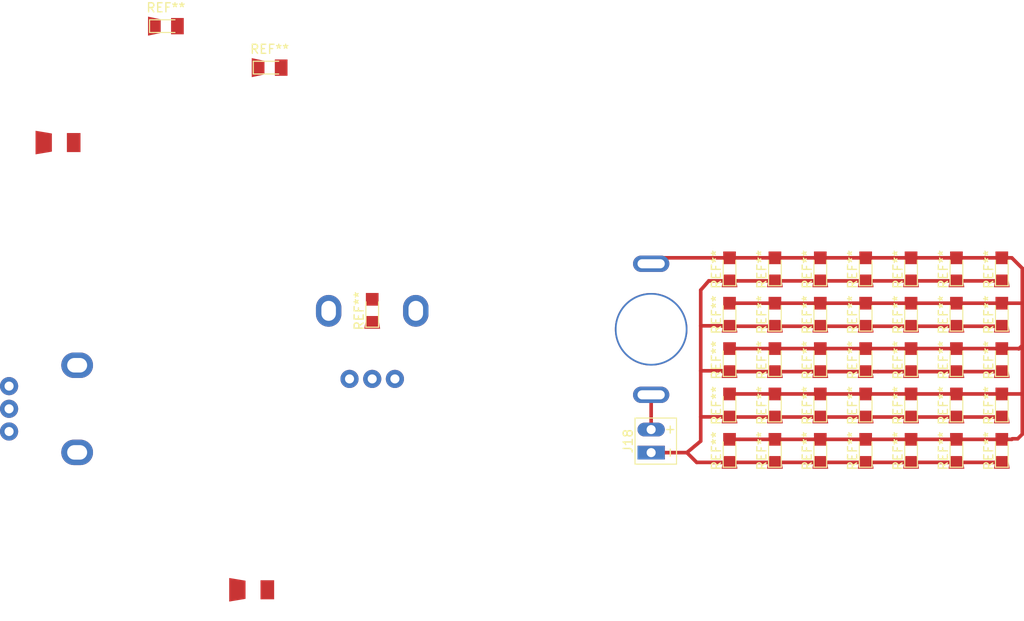
<source format=kicad_pcb>
(kicad_pcb (version 20171130) (host pcbnew 5.1.5-52549c5~84~ubuntu16.04.1)

  (general
    (thickness 1.6)
    (drawings 0)
    (tracks 52)
    (zones 0)
    (modules 44)
    (nets 1)
  )

  (page A4)
  (layers
    (0 F.Cu signal)
    (31 B.Cu signal)
    (32 B.Adhes user)
    (33 F.Adhes user)
    (34 B.Paste user)
    (35 F.Paste user)
    (36 B.SilkS user)
    (37 F.SilkS user)
    (38 B.Mask user)
    (39 F.Mask user)
    (40 Dwgs.User user)
    (41 Cmts.User user)
    (42 Eco1.User user)
    (43 Eco2.User user)
    (44 Edge.Cuts user)
    (45 Margin user)
    (46 B.CrtYd user)
    (47 F.CrtYd user)
    (48 B.Fab user)
    (49 F.Fab user)
  )

  (setup
    (last_trace_width 0.4)
    (trace_clearance 0.2)
    (zone_clearance 0.508)
    (zone_45_only no)
    (trace_min 0.2)
    (via_size 0.8)
    (via_drill 0.4)
    (via_min_size 0.4)
    (via_min_drill 0.3)
    (uvia_size 0.3)
    (uvia_drill 0.1)
    (uvias_allowed no)
    (uvia_min_size 0.2)
    (uvia_min_drill 0.1)
    (edge_width 0.05)
    (segment_width 0.2)
    (pcb_text_width 0.3)
    (pcb_text_size 1.5 1.5)
    (mod_edge_width 0.12)
    (mod_text_size 1 1)
    (mod_text_width 0.15)
    (pad_size 4 1.8)
    (pad_drill 3)
    (pad_to_mask_clearance 0.051)
    (solder_mask_min_width 0.25)
    (aux_axis_origin 0 0)
    (visible_elements FFFFFF7F)
    (pcbplotparams
      (layerselection 0x010fc_ffffffff)
      (usegerberextensions false)
      (usegerberattributes false)
      (usegerberadvancedattributes false)
      (creategerberjobfile false)
      (excludeedgelayer true)
      (linewidth 0.100000)
      (plotframeref false)
      (viasonmask false)
      (mode 1)
      (useauxorigin false)
      (hpglpennumber 1)
      (hpglpenspeed 20)
      (hpglpendiameter 15.000000)
      (psnegative false)
      (psa4output false)
      (plotreference true)
      (plotvalue true)
      (plotinvisibletext false)
      (padsonsilk false)
      (subtractmaskfromsilk false)
      (outputformat 1)
      (mirror false)
      (drillshape 1)
      (scaleselection 1)
      (outputdirectory ""))
  )

  (net 0 "")

  (net_class Default "This is the default net class."
    (clearance 0.2)
    (trace_width 0.4)
    (via_dia 0.8)
    (via_drill 0.4)
    (uvia_dia 0.3)
    (uvia_drill 0.1)
  )

  (module SGMK_BlinkeShit3000:FlashCrap_0805 (layer F.Cu) (tedit 5DDD8DFC) (tstamp 5DF6583B)
    (at 201.577 74.991 90)
    (descr "LED 0805 smd package")
    (tags "LED led 0805 SMD smd SMT smt smdled SMDLED smtled SMTLED")
    (attr smd)
    (fp_text reference REF** (at 0 -1.45 90) (layer F.SilkS)
      (effects (font (size 1 1) (thickness 0.15)))
    )
    (fp_text value FlashCrap_0805 (at 0 1.55 90) (layer F.Fab)
      (effects (font (size 1 1) (thickness 0.15)))
    )
    (fp_line (start -1.8 -0.7) (end -1.8 0.7) (layer F.SilkS) (width 0.12))
    (fp_line (start -0.4 -0.4) (end -0.4 0.4) (layer F.Fab) (width 0.1))
    (fp_line (start -0.4 0) (end 0.2 -0.4) (layer F.Fab) (width 0.1))
    (fp_line (start 0.2 0.4) (end -0.4 0) (layer F.Fab) (width 0.1))
    (fp_line (start 0.2 -0.4) (end 0.2 0.4) (layer F.Fab) (width 0.1))
    (fp_line (start 1 0.6) (end -1 0.6) (layer F.Fab) (width 0.1))
    (fp_line (start 1 -0.6) (end 1 0.6) (layer F.Fab) (width 0.1))
    (fp_line (start -1 -0.6) (end 1 -0.6) (layer F.Fab) (width 0.1))
    (fp_line (start -1 0.6) (end -1 -0.6) (layer F.Fab) (width 0.1))
    (fp_line (start -1.8 0.7) (end 1 0.7) (layer F.SilkS) (width 0.12))
    (fp_line (start -1.8 -0.7) (end 1 -0.7) (layer F.SilkS) (width 0.12))
    (fp_line (start 1.95 -0.85) (end 1.95 0.85) (layer F.CrtYd) (width 0.05))
    (fp_line (start 1.95 0.85) (end -1.95 0.85) (layer F.CrtYd) (width 0.05))
    (fp_line (start -1.95 0.85) (end -1.95 -0.85) (layer F.CrtYd) (width 0.05))
    (fp_line (start -1.95 -0.85) (end 1.95 -0.85) (layer F.CrtYd) (width 0.05))
    (fp_text user %R (at 0 -1.25 90) (layer F.Fab)
      (effects (font (size 0.4 0.4) (thickness 0.1)))
    )
    (pad 2 smd rect (at 1.27 0 270) (size 1.4 1.4) (layers F.Cu F.Paste F.Mask))
    (pad 1 smd trapezoid (at -1.27 0 270) (size 1.4 1.5) (rect_delta -0.25 0 ) (layers F.Cu F.Paste F.Mask))
    (model ${KISYS3DMOD}/LEDs.3dshapes/LED_0805.wrl
      (at (xyz 0 0 0))
      (scale (xyz 1 1 1))
      (rotate (xyz 0 0 180))
    )
  )

  (module SGMK_BlinkeShit3000:FlashCrap_0805 (layer F.Cu) (tedit 5DDD8DFC) (tstamp 5DF65811)
    (at 196.577 74.991 90)
    (descr "LED 0805 smd package")
    (tags "LED led 0805 SMD smd SMT smt smdled SMDLED smtled SMTLED")
    (attr smd)
    (fp_text reference REF** (at 0 -1.45 90) (layer F.SilkS)
      (effects (font (size 1 1) (thickness 0.15)))
    )
    (fp_text value FlashCrap_0805 (at 0 1.55 90) (layer F.Fab)
      (effects (font (size 1 1) (thickness 0.15)))
    )
    (fp_line (start -1.8 -0.7) (end -1.8 0.7) (layer F.SilkS) (width 0.12))
    (fp_line (start -0.4 -0.4) (end -0.4 0.4) (layer F.Fab) (width 0.1))
    (fp_line (start -0.4 0) (end 0.2 -0.4) (layer F.Fab) (width 0.1))
    (fp_line (start 0.2 0.4) (end -0.4 0) (layer F.Fab) (width 0.1))
    (fp_line (start 0.2 -0.4) (end 0.2 0.4) (layer F.Fab) (width 0.1))
    (fp_line (start 1 0.6) (end -1 0.6) (layer F.Fab) (width 0.1))
    (fp_line (start 1 -0.6) (end 1 0.6) (layer F.Fab) (width 0.1))
    (fp_line (start -1 -0.6) (end 1 -0.6) (layer F.Fab) (width 0.1))
    (fp_line (start -1 0.6) (end -1 -0.6) (layer F.Fab) (width 0.1))
    (fp_line (start -1.8 0.7) (end 1 0.7) (layer F.SilkS) (width 0.12))
    (fp_line (start -1.8 -0.7) (end 1 -0.7) (layer F.SilkS) (width 0.12))
    (fp_line (start 1.95 -0.85) (end 1.95 0.85) (layer F.CrtYd) (width 0.05))
    (fp_line (start 1.95 0.85) (end -1.95 0.85) (layer F.CrtYd) (width 0.05))
    (fp_line (start -1.95 0.85) (end -1.95 -0.85) (layer F.CrtYd) (width 0.05))
    (fp_line (start -1.95 -0.85) (end 1.95 -0.85) (layer F.CrtYd) (width 0.05))
    (fp_text user %R (at 0 -1.25 90) (layer F.Fab)
      (effects (font (size 0.4 0.4) (thickness 0.1)))
    )
    (pad 2 smd rect (at 1.27 0 270) (size 1.4 1.4) (layers F.Cu F.Paste F.Mask))
    (pad 1 smd trapezoid (at -1.27 0 270) (size 1.4 1.5) (rect_delta -0.25 0 ) (layers F.Cu F.Paste F.Mask))
    (model ${KISYS3DMOD}/LEDs.3dshapes/LED_0805.wrl
      (at (xyz 0 0 0))
      (scale (xyz 1 1 1))
      (rotate (xyz 0 0 180))
    )
  )

  (module SGMK_BlinkeShit3000:FlashCrap_0805 (layer F.Cu) (tedit 5DDD8DFC) (tstamp 5DF657E7)
    (at 191.577 74.991 90)
    (descr "LED 0805 smd package")
    (tags "LED led 0805 SMD smd SMT smt smdled SMDLED smtled SMTLED")
    (attr smd)
    (fp_text reference REF** (at 0 -1.45 90) (layer F.SilkS)
      (effects (font (size 1 1) (thickness 0.15)))
    )
    (fp_text value FlashCrap_0805 (at 0 1.55 90) (layer F.Fab)
      (effects (font (size 1 1) (thickness 0.15)))
    )
    (fp_line (start -1.8 -0.7) (end -1.8 0.7) (layer F.SilkS) (width 0.12))
    (fp_line (start -0.4 -0.4) (end -0.4 0.4) (layer F.Fab) (width 0.1))
    (fp_line (start -0.4 0) (end 0.2 -0.4) (layer F.Fab) (width 0.1))
    (fp_line (start 0.2 0.4) (end -0.4 0) (layer F.Fab) (width 0.1))
    (fp_line (start 0.2 -0.4) (end 0.2 0.4) (layer F.Fab) (width 0.1))
    (fp_line (start 1 0.6) (end -1 0.6) (layer F.Fab) (width 0.1))
    (fp_line (start 1 -0.6) (end 1 0.6) (layer F.Fab) (width 0.1))
    (fp_line (start -1 -0.6) (end 1 -0.6) (layer F.Fab) (width 0.1))
    (fp_line (start -1 0.6) (end -1 -0.6) (layer F.Fab) (width 0.1))
    (fp_line (start -1.8 0.7) (end 1 0.7) (layer F.SilkS) (width 0.12))
    (fp_line (start -1.8 -0.7) (end 1 -0.7) (layer F.SilkS) (width 0.12))
    (fp_line (start 1.95 -0.85) (end 1.95 0.85) (layer F.CrtYd) (width 0.05))
    (fp_line (start 1.95 0.85) (end -1.95 0.85) (layer F.CrtYd) (width 0.05))
    (fp_line (start -1.95 0.85) (end -1.95 -0.85) (layer F.CrtYd) (width 0.05))
    (fp_line (start -1.95 -0.85) (end 1.95 -0.85) (layer F.CrtYd) (width 0.05))
    (fp_text user %R (at 0 -1.25 90) (layer F.Fab)
      (effects (font (size 0.4 0.4) (thickness 0.1)))
    )
    (pad 2 smd rect (at 1.27 0 270) (size 1.4 1.4) (layers F.Cu F.Paste F.Mask))
    (pad 1 smd trapezoid (at -1.27 0 270) (size 1.4 1.5) (rect_delta -0.25 0 ) (layers F.Cu F.Paste F.Mask))
    (model ${KISYS3DMOD}/LEDs.3dshapes/LED_0805.wrl
      (at (xyz 0 0 0))
      (scale (xyz 1 1 1))
      (rotate (xyz 0 0 180))
    )
  )

  (module SGMK_BlinkeShit3000:FlashCrap_0805 (layer F.Cu) (tedit 5DDD8DFC) (tstamp 5DF657BD)
    (at 186.577 74.991 90)
    (descr "LED 0805 smd package")
    (tags "LED led 0805 SMD smd SMT smt smdled SMDLED smtled SMTLED")
    (attr smd)
    (fp_text reference REF** (at 0 -1.45 90) (layer F.SilkS)
      (effects (font (size 1 1) (thickness 0.15)))
    )
    (fp_text value FlashCrap_0805 (at 0 1.55 90) (layer F.Fab)
      (effects (font (size 1 1) (thickness 0.15)))
    )
    (fp_line (start -1.8 -0.7) (end -1.8 0.7) (layer F.SilkS) (width 0.12))
    (fp_line (start -0.4 -0.4) (end -0.4 0.4) (layer F.Fab) (width 0.1))
    (fp_line (start -0.4 0) (end 0.2 -0.4) (layer F.Fab) (width 0.1))
    (fp_line (start 0.2 0.4) (end -0.4 0) (layer F.Fab) (width 0.1))
    (fp_line (start 0.2 -0.4) (end 0.2 0.4) (layer F.Fab) (width 0.1))
    (fp_line (start 1 0.6) (end -1 0.6) (layer F.Fab) (width 0.1))
    (fp_line (start 1 -0.6) (end 1 0.6) (layer F.Fab) (width 0.1))
    (fp_line (start -1 -0.6) (end 1 -0.6) (layer F.Fab) (width 0.1))
    (fp_line (start -1 0.6) (end -1 -0.6) (layer F.Fab) (width 0.1))
    (fp_line (start -1.8 0.7) (end 1 0.7) (layer F.SilkS) (width 0.12))
    (fp_line (start -1.8 -0.7) (end 1 -0.7) (layer F.SilkS) (width 0.12))
    (fp_line (start 1.95 -0.85) (end 1.95 0.85) (layer F.CrtYd) (width 0.05))
    (fp_line (start 1.95 0.85) (end -1.95 0.85) (layer F.CrtYd) (width 0.05))
    (fp_line (start -1.95 0.85) (end -1.95 -0.85) (layer F.CrtYd) (width 0.05))
    (fp_line (start -1.95 -0.85) (end 1.95 -0.85) (layer F.CrtYd) (width 0.05))
    (fp_text user %R (at 0 -1.25 90) (layer F.Fab)
      (effects (font (size 0.4 0.4) (thickness 0.1)))
    )
    (pad 2 smd rect (at 1.27 0 270) (size 1.4 1.4) (layers F.Cu F.Paste F.Mask))
    (pad 1 smd trapezoid (at -1.27 0 270) (size 1.4 1.5) (rect_delta -0.25 0 ) (layers F.Cu F.Paste F.Mask))
    (model ${KISYS3DMOD}/LEDs.3dshapes/LED_0805.wrl
      (at (xyz 0 0 0))
      (scale (xyz 1 1 1))
      (rotate (xyz 0 0 180))
    )
  )

  (module SGMK_BlinkeShit3000:FlashCrap_0805 (layer F.Cu) (tedit 5DDD8DFC) (tstamp 5DF65793)
    (at 181.577 74.991 90)
    (descr "LED 0805 smd package")
    (tags "LED led 0805 SMD smd SMT smt smdled SMDLED smtled SMTLED")
    (attr smd)
    (fp_text reference REF** (at 0 -1.45 90) (layer F.SilkS)
      (effects (font (size 1 1) (thickness 0.15)))
    )
    (fp_text value FlashCrap_0805 (at 0 1.55 90) (layer F.Fab)
      (effects (font (size 1 1) (thickness 0.15)))
    )
    (fp_line (start -1.8 -0.7) (end -1.8 0.7) (layer F.SilkS) (width 0.12))
    (fp_line (start -0.4 -0.4) (end -0.4 0.4) (layer F.Fab) (width 0.1))
    (fp_line (start -0.4 0) (end 0.2 -0.4) (layer F.Fab) (width 0.1))
    (fp_line (start 0.2 0.4) (end -0.4 0) (layer F.Fab) (width 0.1))
    (fp_line (start 0.2 -0.4) (end 0.2 0.4) (layer F.Fab) (width 0.1))
    (fp_line (start 1 0.6) (end -1 0.6) (layer F.Fab) (width 0.1))
    (fp_line (start 1 -0.6) (end 1 0.6) (layer F.Fab) (width 0.1))
    (fp_line (start -1 -0.6) (end 1 -0.6) (layer F.Fab) (width 0.1))
    (fp_line (start -1 0.6) (end -1 -0.6) (layer F.Fab) (width 0.1))
    (fp_line (start -1.8 0.7) (end 1 0.7) (layer F.SilkS) (width 0.12))
    (fp_line (start -1.8 -0.7) (end 1 -0.7) (layer F.SilkS) (width 0.12))
    (fp_line (start 1.95 -0.85) (end 1.95 0.85) (layer F.CrtYd) (width 0.05))
    (fp_line (start 1.95 0.85) (end -1.95 0.85) (layer F.CrtYd) (width 0.05))
    (fp_line (start -1.95 0.85) (end -1.95 -0.85) (layer F.CrtYd) (width 0.05))
    (fp_line (start -1.95 -0.85) (end 1.95 -0.85) (layer F.CrtYd) (width 0.05))
    (fp_text user %R (at 0 -1.25 90) (layer F.Fab)
      (effects (font (size 0.4 0.4) (thickness 0.1)))
    )
    (pad 2 smd rect (at 1.27 0 270) (size 1.4 1.4) (layers F.Cu F.Paste F.Mask))
    (pad 1 smd trapezoid (at -1.27 0 270) (size 1.4 1.5) (rect_delta -0.25 0 ) (layers F.Cu F.Paste F.Mask))
    (model ${KISYS3DMOD}/LEDs.3dshapes/LED_0805.wrl
      (at (xyz 0 0 0))
      (scale (xyz 1 1 1))
      (rotate (xyz 0 0 180))
    )
  )

  (module SGMK_BlinkeShit3000:FlashCrap_0805 (layer F.Cu) (tedit 5DDD8DFC) (tstamp 5DF65769)
    (at 176.577 74.991 90)
    (descr "LED 0805 smd package")
    (tags "LED led 0805 SMD smd SMT smt smdled SMDLED smtled SMTLED")
    (attr smd)
    (fp_text reference REF** (at 0 -1.45 90) (layer F.SilkS)
      (effects (font (size 1 1) (thickness 0.15)))
    )
    (fp_text value FlashCrap_0805 (at 0 1.55 90) (layer F.Fab)
      (effects (font (size 1 1) (thickness 0.15)))
    )
    (fp_line (start -1.8 -0.7) (end -1.8 0.7) (layer F.SilkS) (width 0.12))
    (fp_line (start -0.4 -0.4) (end -0.4 0.4) (layer F.Fab) (width 0.1))
    (fp_line (start -0.4 0) (end 0.2 -0.4) (layer F.Fab) (width 0.1))
    (fp_line (start 0.2 0.4) (end -0.4 0) (layer F.Fab) (width 0.1))
    (fp_line (start 0.2 -0.4) (end 0.2 0.4) (layer F.Fab) (width 0.1))
    (fp_line (start 1 0.6) (end -1 0.6) (layer F.Fab) (width 0.1))
    (fp_line (start 1 -0.6) (end 1 0.6) (layer F.Fab) (width 0.1))
    (fp_line (start -1 -0.6) (end 1 -0.6) (layer F.Fab) (width 0.1))
    (fp_line (start -1 0.6) (end -1 -0.6) (layer F.Fab) (width 0.1))
    (fp_line (start -1.8 0.7) (end 1 0.7) (layer F.SilkS) (width 0.12))
    (fp_line (start -1.8 -0.7) (end 1 -0.7) (layer F.SilkS) (width 0.12))
    (fp_line (start 1.95 -0.85) (end 1.95 0.85) (layer F.CrtYd) (width 0.05))
    (fp_line (start 1.95 0.85) (end -1.95 0.85) (layer F.CrtYd) (width 0.05))
    (fp_line (start -1.95 0.85) (end -1.95 -0.85) (layer F.CrtYd) (width 0.05))
    (fp_line (start -1.95 -0.85) (end 1.95 -0.85) (layer F.CrtYd) (width 0.05))
    (fp_text user %R (at 0 -1.25 90) (layer F.Fab)
      (effects (font (size 0.4 0.4) (thickness 0.1)))
    )
    (pad 2 smd rect (at 1.27 0 270) (size 1.4 1.4) (layers F.Cu F.Paste F.Mask))
    (pad 1 smd trapezoid (at -1.27 0 270) (size 1.4 1.5) (rect_delta -0.25 0 ) (layers F.Cu F.Paste F.Mask))
    (model ${KISYS3DMOD}/LEDs.3dshapes/LED_0805.wrl
      (at (xyz 0 0 0))
      (scale (xyz 1 1 1))
      (rotate (xyz 0 0 180))
    )
  )

  (module SGMK_BlinkeShit3000:FlashCrap_0805 (layer F.Cu) (tedit 5DDD8DFC) (tstamp 5DF6573F)
    (at 171.577 74.991 90)
    (descr "LED 0805 smd package")
    (tags "LED led 0805 SMD smd SMT smt smdled SMDLED smtled SMTLED")
    (attr smd)
    (fp_text reference REF** (at 0 -1.45 90) (layer F.SilkS)
      (effects (font (size 1 1) (thickness 0.15)))
    )
    (fp_text value FlashCrap_0805 (at 0 1.55 90) (layer F.Fab)
      (effects (font (size 1 1) (thickness 0.15)))
    )
    (fp_line (start -1.8 -0.7) (end -1.8 0.7) (layer F.SilkS) (width 0.12))
    (fp_line (start -0.4 -0.4) (end -0.4 0.4) (layer F.Fab) (width 0.1))
    (fp_line (start -0.4 0) (end 0.2 -0.4) (layer F.Fab) (width 0.1))
    (fp_line (start 0.2 0.4) (end -0.4 0) (layer F.Fab) (width 0.1))
    (fp_line (start 0.2 -0.4) (end 0.2 0.4) (layer F.Fab) (width 0.1))
    (fp_line (start 1 0.6) (end -1 0.6) (layer F.Fab) (width 0.1))
    (fp_line (start 1 -0.6) (end 1 0.6) (layer F.Fab) (width 0.1))
    (fp_line (start -1 -0.6) (end 1 -0.6) (layer F.Fab) (width 0.1))
    (fp_line (start -1 0.6) (end -1 -0.6) (layer F.Fab) (width 0.1))
    (fp_line (start -1.8 0.7) (end 1 0.7) (layer F.SilkS) (width 0.12))
    (fp_line (start -1.8 -0.7) (end 1 -0.7) (layer F.SilkS) (width 0.12))
    (fp_line (start 1.95 -0.85) (end 1.95 0.85) (layer F.CrtYd) (width 0.05))
    (fp_line (start 1.95 0.85) (end -1.95 0.85) (layer F.CrtYd) (width 0.05))
    (fp_line (start -1.95 0.85) (end -1.95 -0.85) (layer F.CrtYd) (width 0.05))
    (fp_line (start -1.95 -0.85) (end 1.95 -0.85) (layer F.CrtYd) (width 0.05))
    (fp_text user %R (at 0 -1.25 90) (layer F.Fab)
      (effects (font (size 0.4 0.4) (thickness 0.1)))
    )
    (pad 2 smd rect (at 1.27 0 270) (size 1.4 1.4) (layers F.Cu F.Paste F.Mask))
    (pad 1 smd trapezoid (at -1.27 0 270) (size 1.4 1.5) (rect_delta -0.25 0 ) (layers F.Cu F.Paste F.Mask))
    (model ${KISYS3DMOD}/LEDs.3dshapes/LED_0805.wrl
      (at (xyz 0 0 0))
      (scale (xyz 1 1 1))
      (rotate (xyz 0 0 180))
    )
  )

  (module SGMK_BlinkeShit3000:FlashCrap_0805 (layer F.Cu) (tedit 5DDD8DFC) (tstamp 5DF65715)
    (at 201.577 69.991 90)
    (descr "LED 0805 smd package")
    (tags "LED led 0805 SMD smd SMT smt smdled SMDLED smtled SMTLED")
    (attr smd)
    (fp_text reference REF** (at 0 -1.45 90) (layer F.SilkS)
      (effects (font (size 1 1) (thickness 0.15)))
    )
    (fp_text value FlashCrap_0805 (at 0 1.55 90) (layer F.Fab)
      (effects (font (size 1 1) (thickness 0.15)))
    )
    (fp_line (start -1.8 -0.7) (end -1.8 0.7) (layer F.SilkS) (width 0.12))
    (fp_line (start -0.4 -0.4) (end -0.4 0.4) (layer F.Fab) (width 0.1))
    (fp_line (start -0.4 0) (end 0.2 -0.4) (layer F.Fab) (width 0.1))
    (fp_line (start 0.2 0.4) (end -0.4 0) (layer F.Fab) (width 0.1))
    (fp_line (start 0.2 -0.4) (end 0.2 0.4) (layer F.Fab) (width 0.1))
    (fp_line (start 1 0.6) (end -1 0.6) (layer F.Fab) (width 0.1))
    (fp_line (start 1 -0.6) (end 1 0.6) (layer F.Fab) (width 0.1))
    (fp_line (start -1 -0.6) (end 1 -0.6) (layer F.Fab) (width 0.1))
    (fp_line (start -1 0.6) (end -1 -0.6) (layer F.Fab) (width 0.1))
    (fp_line (start -1.8 0.7) (end 1 0.7) (layer F.SilkS) (width 0.12))
    (fp_line (start -1.8 -0.7) (end 1 -0.7) (layer F.SilkS) (width 0.12))
    (fp_line (start 1.95 -0.85) (end 1.95 0.85) (layer F.CrtYd) (width 0.05))
    (fp_line (start 1.95 0.85) (end -1.95 0.85) (layer F.CrtYd) (width 0.05))
    (fp_line (start -1.95 0.85) (end -1.95 -0.85) (layer F.CrtYd) (width 0.05))
    (fp_line (start -1.95 -0.85) (end 1.95 -0.85) (layer F.CrtYd) (width 0.05))
    (fp_text user %R (at 0 -1.25 90) (layer F.Fab)
      (effects (font (size 0.4 0.4) (thickness 0.1)))
    )
    (pad 2 smd rect (at 1.27 0 270) (size 1.4 1.4) (layers F.Cu F.Paste F.Mask))
    (pad 1 smd trapezoid (at -1.27 0 270) (size 1.4 1.5) (rect_delta -0.25 0 ) (layers F.Cu F.Paste F.Mask))
    (model ${KISYS3DMOD}/LEDs.3dshapes/LED_0805.wrl
      (at (xyz 0 0 0))
      (scale (xyz 1 1 1))
      (rotate (xyz 0 0 180))
    )
  )

  (module SGMK_BlinkeShit3000:FlashCrap_0805 (layer F.Cu) (tedit 5DDD8DFC) (tstamp 5DF656EB)
    (at 196.577 69.991 90)
    (descr "LED 0805 smd package")
    (tags "LED led 0805 SMD smd SMT smt smdled SMDLED smtled SMTLED")
    (attr smd)
    (fp_text reference REF** (at 0 -1.45 90) (layer F.SilkS)
      (effects (font (size 1 1) (thickness 0.15)))
    )
    (fp_text value FlashCrap_0805 (at 0 1.55 90) (layer F.Fab)
      (effects (font (size 1 1) (thickness 0.15)))
    )
    (fp_line (start -1.8 -0.7) (end -1.8 0.7) (layer F.SilkS) (width 0.12))
    (fp_line (start -0.4 -0.4) (end -0.4 0.4) (layer F.Fab) (width 0.1))
    (fp_line (start -0.4 0) (end 0.2 -0.4) (layer F.Fab) (width 0.1))
    (fp_line (start 0.2 0.4) (end -0.4 0) (layer F.Fab) (width 0.1))
    (fp_line (start 0.2 -0.4) (end 0.2 0.4) (layer F.Fab) (width 0.1))
    (fp_line (start 1 0.6) (end -1 0.6) (layer F.Fab) (width 0.1))
    (fp_line (start 1 -0.6) (end 1 0.6) (layer F.Fab) (width 0.1))
    (fp_line (start -1 -0.6) (end 1 -0.6) (layer F.Fab) (width 0.1))
    (fp_line (start -1 0.6) (end -1 -0.6) (layer F.Fab) (width 0.1))
    (fp_line (start -1.8 0.7) (end 1 0.7) (layer F.SilkS) (width 0.12))
    (fp_line (start -1.8 -0.7) (end 1 -0.7) (layer F.SilkS) (width 0.12))
    (fp_line (start 1.95 -0.85) (end 1.95 0.85) (layer F.CrtYd) (width 0.05))
    (fp_line (start 1.95 0.85) (end -1.95 0.85) (layer F.CrtYd) (width 0.05))
    (fp_line (start -1.95 0.85) (end -1.95 -0.85) (layer F.CrtYd) (width 0.05))
    (fp_line (start -1.95 -0.85) (end 1.95 -0.85) (layer F.CrtYd) (width 0.05))
    (fp_text user %R (at 0 -1.25 90) (layer F.Fab)
      (effects (font (size 0.4 0.4) (thickness 0.1)))
    )
    (pad 2 smd rect (at 1.27 0 270) (size 1.4 1.4) (layers F.Cu F.Paste F.Mask))
    (pad 1 smd trapezoid (at -1.27 0 270) (size 1.4 1.5) (rect_delta -0.25 0 ) (layers F.Cu F.Paste F.Mask))
    (model ${KISYS3DMOD}/LEDs.3dshapes/LED_0805.wrl
      (at (xyz 0 0 0))
      (scale (xyz 1 1 1))
      (rotate (xyz 0 0 180))
    )
  )

  (module SGMK_BlinkeShit3000:FlashCrap_0805 (layer F.Cu) (tedit 5DDD8DFC) (tstamp 5DF656C1)
    (at 191.577 69.991 90)
    (descr "LED 0805 smd package")
    (tags "LED led 0805 SMD smd SMT smt smdled SMDLED smtled SMTLED")
    (attr smd)
    (fp_text reference REF** (at 0 -1.45 90) (layer F.SilkS)
      (effects (font (size 1 1) (thickness 0.15)))
    )
    (fp_text value FlashCrap_0805 (at 0 1.55 90) (layer F.Fab)
      (effects (font (size 1 1) (thickness 0.15)))
    )
    (fp_line (start -1.8 -0.7) (end -1.8 0.7) (layer F.SilkS) (width 0.12))
    (fp_line (start -0.4 -0.4) (end -0.4 0.4) (layer F.Fab) (width 0.1))
    (fp_line (start -0.4 0) (end 0.2 -0.4) (layer F.Fab) (width 0.1))
    (fp_line (start 0.2 0.4) (end -0.4 0) (layer F.Fab) (width 0.1))
    (fp_line (start 0.2 -0.4) (end 0.2 0.4) (layer F.Fab) (width 0.1))
    (fp_line (start 1 0.6) (end -1 0.6) (layer F.Fab) (width 0.1))
    (fp_line (start 1 -0.6) (end 1 0.6) (layer F.Fab) (width 0.1))
    (fp_line (start -1 -0.6) (end 1 -0.6) (layer F.Fab) (width 0.1))
    (fp_line (start -1 0.6) (end -1 -0.6) (layer F.Fab) (width 0.1))
    (fp_line (start -1.8 0.7) (end 1 0.7) (layer F.SilkS) (width 0.12))
    (fp_line (start -1.8 -0.7) (end 1 -0.7) (layer F.SilkS) (width 0.12))
    (fp_line (start 1.95 -0.85) (end 1.95 0.85) (layer F.CrtYd) (width 0.05))
    (fp_line (start 1.95 0.85) (end -1.95 0.85) (layer F.CrtYd) (width 0.05))
    (fp_line (start -1.95 0.85) (end -1.95 -0.85) (layer F.CrtYd) (width 0.05))
    (fp_line (start -1.95 -0.85) (end 1.95 -0.85) (layer F.CrtYd) (width 0.05))
    (fp_text user %R (at 0 -1.25 90) (layer F.Fab)
      (effects (font (size 0.4 0.4) (thickness 0.1)))
    )
    (pad 2 smd rect (at 1.27 0 270) (size 1.4 1.4) (layers F.Cu F.Paste F.Mask))
    (pad 1 smd trapezoid (at -1.27 0 270) (size 1.4 1.5) (rect_delta -0.25 0 ) (layers F.Cu F.Paste F.Mask))
    (model ${KISYS3DMOD}/LEDs.3dshapes/LED_0805.wrl
      (at (xyz 0 0 0))
      (scale (xyz 1 1 1))
      (rotate (xyz 0 0 180))
    )
  )

  (module SGMK_BlinkeShit3000:FlashCrap_0805 (layer F.Cu) (tedit 5DDD8DFC) (tstamp 5DF65697)
    (at 186.577 69.991 90)
    (descr "LED 0805 smd package")
    (tags "LED led 0805 SMD smd SMT smt smdled SMDLED smtled SMTLED")
    (attr smd)
    (fp_text reference REF** (at 0 -1.45 90) (layer F.SilkS)
      (effects (font (size 1 1) (thickness 0.15)))
    )
    (fp_text value FlashCrap_0805 (at 0 1.55 90) (layer F.Fab)
      (effects (font (size 1 1) (thickness 0.15)))
    )
    (fp_line (start -1.8 -0.7) (end -1.8 0.7) (layer F.SilkS) (width 0.12))
    (fp_line (start -0.4 -0.4) (end -0.4 0.4) (layer F.Fab) (width 0.1))
    (fp_line (start -0.4 0) (end 0.2 -0.4) (layer F.Fab) (width 0.1))
    (fp_line (start 0.2 0.4) (end -0.4 0) (layer F.Fab) (width 0.1))
    (fp_line (start 0.2 -0.4) (end 0.2 0.4) (layer F.Fab) (width 0.1))
    (fp_line (start 1 0.6) (end -1 0.6) (layer F.Fab) (width 0.1))
    (fp_line (start 1 -0.6) (end 1 0.6) (layer F.Fab) (width 0.1))
    (fp_line (start -1 -0.6) (end 1 -0.6) (layer F.Fab) (width 0.1))
    (fp_line (start -1 0.6) (end -1 -0.6) (layer F.Fab) (width 0.1))
    (fp_line (start -1.8 0.7) (end 1 0.7) (layer F.SilkS) (width 0.12))
    (fp_line (start -1.8 -0.7) (end 1 -0.7) (layer F.SilkS) (width 0.12))
    (fp_line (start 1.95 -0.85) (end 1.95 0.85) (layer F.CrtYd) (width 0.05))
    (fp_line (start 1.95 0.85) (end -1.95 0.85) (layer F.CrtYd) (width 0.05))
    (fp_line (start -1.95 0.85) (end -1.95 -0.85) (layer F.CrtYd) (width 0.05))
    (fp_line (start -1.95 -0.85) (end 1.95 -0.85) (layer F.CrtYd) (width 0.05))
    (fp_text user %R (at 0 -1.25 90) (layer F.Fab)
      (effects (font (size 0.4 0.4) (thickness 0.1)))
    )
    (pad 2 smd rect (at 1.27 0 270) (size 1.4 1.4) (layers F.Cu F.Paste F.Mask))
    (pad 1 smd trapezoid (at -1.27 0 270) (size 1.4 1.5) (rect_delta -0.25 0 ) (layers F.Cu F.Paste F.Mask))
    (model ${KISYS3DMOD}/LEDs.3dshapes/LED_0805.wrl
      (at (xyz 0 0 0))
      (scale (xyz 1 1 1))
      (rotate (xyz 0 0 180))
    )
  )

  (module SGMK_BlinkeShit3000:FlashCrap_0805 (layer F.Cu) (tedit 5DDD8DFC) (tstamp 5DF6566D)
    (at 181.577 69.991 90)
    (descr "LED 0805 smd package")
    (tags "LED led 0805 SMD smd SMT smt smdled SMDLED smtled SMTLED")
    (attr smd)
    (fp_text reference REF** (at 0 -1.45 90) (layer F.SilkS)
      (effects (font (size 1 1) (thickness 0.15)))
    )
    (fp_text value FlashCrap_0805 (at 0 1.55 90) (layer F.Fab)
      (effects (font (size 1 1) (thickness 0.15)))
    )
    (fp_line (start -1.8 -0.7) (end -1.8 0.7) (layer F.SilkS) (width 0.12))
    (fp_line (start -0.4 -0.4) (end -0.4 0.4) (layer F.Fab) (width 0.1))
    (fp_line (start -0.4 0) (end 0.2 -0.4) (layer F.Fab) (width 0.1))
    (fp_line (start 0.2 0.4) (end -0.4 0) (layer F.Fab) (width 0.1))
    (fp_line (start 0.2 -0.4) (end 0.2 0.4) (layer F.Fab) (width 0.1))
    (fp_line (start 1 0.6) (end -1 0.6) (layer F.Fab) (width 0.1))
    (fp_line (start 1 -0.6) (end 1 0.6) (layer F.Fab) (width 0.1))
    (fp_line (start -1 -0.6) (end 1 -0.6) (layer F.Fab) (width 0.1))
    (fp_line (start -1 0.6) (end -1 -0.6) (layer F.Fab) (width 0.1))
    (fp_line (start -1.8 0.7) (end 1 0.7) (layer F.SilkS) (width 0.12))
    (fp_line (start -1.8 -0.7) (end 1 -0.7) (layer F.SilkS) (width 0.12))
    (fp_line (start 1.95 -0.85) (end 1.95 0.85) (layer F.CrtYd) (width 0.05))
    (fp_line (start 1.95 0.85) (end -1.95 0.85) (layer F.CrtYd) (width 0.05))
    (fp_line (start -1.95 0.85) (end -1.95 -0.85) (layer F.CrtYd) (width 0.05))
    (fp_line (start -1.95 -0.85) (end 1.95 -0.85) (layer F.CrtYd) (width 0.05))
    (fp_text user %R (at 0 -1.25 90) (layer F.Fab)
      (effects (font (size 0.4 0.4) (thickness 0.1)))
    )
    (pad 2 smd rect (at 1.27 0 270) (size 1.4 1.4) (layers F.Cu F.Paste F.Mask))
    (pad 1 smd trapezoid (at -1.27 0 270) (size 1.4 1.5) (rect_delta -0.25 0 ) (layers F.Cu F.Paste F.Mask))
    (model ${KISYS3DMOD}/LEDs.3dshapes/LED_0805.wrl
      (at (xyz 0 0 0))
      (scale (xyz 1 1 1))
      (rotate (xyz 0 0 180))
    )
  )

  (module SGMK_BlinkeShit3000:FlashCrap_0805 (layer F.Cu) (tedit 5DDD8DFC) (tstamp 5DF65643)
    (at 176.577 69.991 90)
    (descr "LED 0805 smd package")
    (tags "LED led 0805 SMD smd SMT smt smdled SMDLED smtled SMTLED")
    (attr smd)
    (fp_text reference REF** (at 0 -1.45 90) (layer F.SilkS)
      (effects (font (size 1 1) (thickness 0.15)))
    )
    (fp_text value FlashCrap_0805 (at 0 1.55 90) (layer F.Fab)
      (effects (font (size 1 1) (thickness 0.15)))
    )
    (fp_line (start -1.8 -0.7) (end -1.8 0.7) (layer F.SilkS) (width 0.12))
    (fp_line (start -0.4 -0.4) (end -0.4 0.4) (layer F.Fab) (width 0.1))
    (fp_line (start -0.4 0) (end 0.2 -0.4) (layer F.Fab) (width 0.1))
    (fp_line (start 0.2 0.4) (end -0.4 0) (layer F.Fab) (width 0.1))
    (fp_line (start 0.2 -0.4) (end 0.2 0.4) (layer F.Fab) (width 0.1))
    (fp_line (start 1 0.6) (end -1 0.6) (layer F.Fab) (width 0.1))
    (fp_line (start 1 -0.6) (end 1 0.6) (layer F.Fab) (width 0.1))
    (fp_line (start -1 -0.6) (end 1 -0.6) (layer F.Fab) (width 0.1))
    (fp_line (start -1 0.6) (end -1 -0.6) (layer F.Fab) (width 0.1))
    (fp_line (start -1.8 0.7) (end 1 0.7) (layer F.SilkS) (width 0.12))
    (fp_line (start -1.8 -0.7) (end 1 -0.7) (layer F.SilkS) (width 0.12))
    (fp_line (start 1.95 -0.85) (end 1.95 0.85) (layer F.CrtYd) (width 0.05))
    (fp_line (start 1.95 0.85) (end -1.95 0.85) (layer F.CrtYd) (width 0.05))
    (fp_line (start -1.95 0.85) (end -1.95 -0.85) (layer F.CrtYd) (width 0.05))
    (fp_line (start -1.95 -0.85) (end 1.95 -0.85) (layer F.CrtYd) (width 0.05))
    (fp_text user %R (at 0 -1.25 90) (layer F.Fab)
      (effects (font (size 0.4 0.4) (thickness 0.1)))
    )
    (pad 2 smd rect (at 1.27 0 270) (size 1.4 1.4) (layers F.Cu F.Paste F.Mask))
    (pad 1 smd trapezoid (at -1.27 0 270) (size 1.4 1.5) (rect_delta -0.25 0 ) (layers F.Cu F.Paste F.Mask))
    (model ${KISYS3DMOD}/LEDs.3dshapes/LED_0805.wrl
      (at (xyz 0 0 0))
      (scale (xyz 1 1 1))
      (rotate (xyz 0 0 180))
    )
  )

  (module SGMK_BlinkeShit3000:FlashCrap_0805 (layer F.Cu) (tedit 5DDD8DFC) (tstamp 5DF65619)
    (at 171.577 69.991 90)
    (descr "LED 0805 smd package")
    (tags "LED led 0805 SMD smd SMT smt smdled SMDLED smtled SMTLED")
    (attr smd)
    (fp_text reference REF** (at 0 -1.45 90) (layer F.SilkS)
      (effects (font (size 1 1) (thickness 0.15)))
    )
    (fp_text value FlashCrap_0805 (at 0 1.55 90) (layer F.Fab)
      (effects (font (size 1 1) (thickness 0.15)))
    )
    (fp_line (start -1.8 -0.7) (end -1.8 0.7) (layer F.SilkS) (width 0.12))
    (fp_line (start -0.4 -0.4) (end -0.4 0.4) (layer F.Fab) (width 0.1))
    (fp_line (start -0.4 0) (end 0.2 -0.4) (layer F.Fab) (width 0.1))
    (fp_line (start 0.2 0.4) (end -0.4 0) (layer F.Fab) (width 0.1))
    (fp_line (start 0.2 -0.4) (end 0.2 0.4) (layer F.Fab) (width 0.1))
    (fp_line (start 1 0.6) (end -1 0.6) (layer F.Fab) (width 0.1))
    (fp_line (start 1 -0.6) (end 1 0.6) (layer F.Fab) (width 0.1))
    (fp_line (start -1 -0.6) (end 1 -0.6) (layer F.Fab) (width 0.1))
    (fp_line (start -1 0.6) (end -1 -0.6) (layer F.Fab) (width 0.1))
    (fp_line (start -1.8 0.7) (end 1 0.7) (layer F.SilkS) (width 0.12))
    (fp_line (start -1.8 -0.7) (end 1 -0.7) (layer F.SilkS) (width 0.12))
    (fp_line (start 1.95 -0.85) (end 1.95 0.85) (layer F.CrtYd) (width 0.05))
    (fp_line (start 1.95 0.85) (end -1.95 0.85) (layer F.CrtYd) (width 0.05))
    (fp_line (start -1.95 0.85) (end -1.95 -0.85) (layer F.CrtYd) (width 0.05))
    (fp_line (start -1.95 -0.85) (end 1.95 -0.85) (layer F.CrtYd) (width 0.05))
    (fp_text user %R (at 0 -1.25 90) (layer F.Fab)
      (effects (font (size 0.4 0.4) (thickness 0.1)))
    )
    (pad 2 smd rect (at 1.27 0 270) (size 1.4 1.4) (layers F.Cu F.Paste F.Mask))
    (pad 1 smd trapezoid (at -1.27 0 270) (size 1.4 1.5) (rect_delta -0.25 0 ) (layers F.Cu F.Paste F.Mask))
    (model ${KISYS3DMOD}/LEDs.3dshapes/LED_0805.wrl
      (at (xyz 0 0 0))
      (scale (xyz 1 1 1))
      (rotate (xyz 0 0 180))
    )
  )

  (module SGMK_BlinkeShit3000:FlashCrap_0805 (layer F.Cu) (tedit 5DDD8DFC) (tstamp 5DF655EF)
    (at 201.577 64.991 90)
    (descr "LED 0805 smd package")
    (tags "LED led 0805 SMD smd SMT smt smdled SMDLED smtled SMTLED")
    (attr smd)
    (fp_text reference REF** (at 0 -1.45 90) (layer F.SilkS)
      (effects (font (size 1 1) (thickness 0.15)))
    )
    (fp_text value FlashCrap_0805 (at 0 1.55 90) (layer F.Fab)
      (effects (font (size 1 1) (thickness 0.15)))
    )
    (fp_line (start -1.8 -0.7) (end -1.8 0.7) (layer F.SilkS) (width 0.12))
    (fp_line (start -0.4 -0.4) (end -0.4 0.4) (layer F.Fab) (width 0.1))
    (fp_line (start -0.4 0) (end 0.2 -0.4) (layer F.Fab) (width 0.1))
    (fp_line (start 0.2 0.4) (end -0.4 0) (layer F.Fab) (width 0.1))
    (fp_line (start 0.2 -0.4) (end 0.2 0.4) (layer F.Fab) (width 0.1))
    (fp_line (start 1 0.6) (end -1 0.6) (layer F.Fab) (width 0.1))
    (fp_line (start 1 -0.6) (end 1 0.6) (layer F.Fab) (width 0.1))
    (fp_line (start -1 -0.6) (end 1 -0.6) (layer F.Fab) (width 0.1))
    (fp_line (start -1 0.6) (end -1 -0.6) (layer F.Fab) (width 0.1))
    (fp_line (start -1.8 0.7) (end 1 0.7) (layer F.SilkS) (width 0.12))
    (fp_line (start -1.8 -0.7) (end 1 -0.7) (layer F.SilkS) (width 0.12))
    (fp_line (start 1.95 -0.85) (end 1.95 0.85) (layer F.CrtYd) (width 0.05))
    (fp_line (start 1.95 0.85) (end -1.95 0.85) (layer F.CrtYd) (width 0.05))
    (fp_line (start -1.95 0.85) (end -1.95 -0.85) (layer F.CrtYd) (width 0.05))
    (fp_line (start -1.95 -0.85) (end 1.95 -0.85) (layer F.CrtYd) (width 0.05))
    (fp_text user %R (at 0 -1.25 90) (layer F.Fab)
      (effects (font (size 0.4 0.4) (thickness 0.1)))
    )
    (pad 2 smd rect (at 1.27 0 270) (size 1.4 1.4) (layers F.Cu F.Paste F.Mask))
    (pad 1 smd trapezoid (at -1.27 0 270) (size 1.4 1.5) (rect_delta -0.25 0 ) (layers F.Cu F.Paste F.Mask))
    (model ${KISYS3DMOD}/LEDs.3dshapes/LED_0805.wrl
      (at (xyz 0 0 0))
      (scale (xyz 1 1 1))
      (rotate (xyz 0 0 180))
    )
  )

  (module SGMK_BlinkeShit3000:FlashCrap_0805 (layer F.Cu) (tedit 5DDD8DFC) (tstamp 5DF655C5)
    (at 196.577 64.991 90)
    (descr "LED 0805 smd package")
    (tags "LED led 0805 SMD smd SMT smt smdled SMDLED smtled SMTLED")
    (attr smd)
    (fp_text reference REF** (at 0 -1.45 90) (layer F.SilkS)
      (effects (font (size 1 1) (thickness 0.15)))
    )
    (fp_text value FlashCrap_0805 (at 0 1.55 90) (layer F.Fab)
      (effects (font (size 1 1) (thickness 0.15)))
    )
    (fp_line (start -1.8 -0.7) (end -1.8 0.7) (layer F.SilkS) (width 0.12))
    (fp_line (start -0.4 -0.4) (end -0.4 0.4) (layer F.Fab) (width 0.1))
    (fp_line (start -0.4 0) (end 0.2 -0.4) (layer F.Fab) (width 0.1))
    (fp_line (start 0.2 0.4) (end -0.4 0) (layer F.Fab) (width 0.1))
    (fp_line (start 0.2 -0.4) (end 0.2 0.4) (layer F.Fab) (width 0.1))
    (fp_line (start 1 0.6) (end -1 0.6) (layer F.Fab) (width 0.1))
    (fp_line (start 1 -0.6) (end 1 0.6) (layer F.Fab) (width 0.1))
    (fp_line (start -1 -0.6) (end 1 -0.6) (layer F.Fab) (width 0.1))
    (fp_line (start -1 0.6) (end -1 -0.6) (layer F.Fab) (width 0.1))
    (fp_line (start -1.8 0.7) (end 1 0.7) (layer F.SilkS) (width 0.12))
    (fp_line (start -1.8 -0.7) (end 1 -0.7) (layer F.SilkS) (width 0.12))
    (fp_line (start 1.95 -0.85) (end 1.95 0.85) (layer F.CrtYd) (width 0.05))
    (fp_line (start 1.95 0.85) (end -1.95 0.85) (layer F.CrtYd) (width 0.05))
    (fp_line (start -1.95 0.85) (end -1.95 -0.85) (layer F.CrtYd) (width 0.05))
    (fp_line (start -1.95 -0.85) (end 1.95 -0.85) (layer F.CrtYd) (width 0.05))
    (fp_text user %R (at 0 -1.25 90) (layer F.Fab)
      (effects (font (size 0.4 0.4) (thickness 0.1)))
    )
    (pad 2 smd rect (at 1.27 0 270) (size 1.4 1.4) (layers F.Cu F.Paste F.Mask))
    (pad 1 smd trapezoid (at -1.27 0 270) (size 1.4 1.5) (rect_delta -0.25 0 ) (layers F.Cu F.Paste F.Mask))
    (model ${KISYS3DMOD}/LEDs.3dshapes/LED_0805.wrl
      (at (xyz 0 0 0))
      (scale (xyz 1 1 1))
      (rotate (xyz 0 0 180))
    )
  )

  (module SGMK_BlinkeShit3000:FlashCrap_0805 (layer F.Cu) (tedit 5DDD8DFC) (tstamp 5DF6559B)
    (at 191.577 64.991 90)
    (descr "LED 0805 smd package")
    (tags "LED led 0805 SMD smd SMT smt smdled SMDLED smtled SMTLED")
    (attr smd)
    (fp_text reference REF** (at 0 -1.45 90) (layer F.SilkS)
      (effects (font (size 1 1) (thickness 0.15)))
    )
    (fp_text value FlashCrap_0805 (at 0 1.55 90) (layer F.Fab)
      (effects (font (size 1 1) (thickness 0.15)))
    )
    (fp_line (start -1.8 -0.7) (end -1.8 0.7) (layer F.SilkS) (width 0.12))
    (fp_line (start -0.4 -0.4) (end -0.4 0.4) (layer F.Fab) (width 0.1))
    (fp_line (start -0.4 0) (end 0.2 -0.4) (layer F.Fab) (width 0.1))
    (fp_line (start 0.2 0.4) (end -0.4 0) (layer F.Fab) (width 0.1))
    (fp_line (start 0.2 -0.4) (end 0.2 0.4) (layer F.Fab) (width 0.1))
    (fp_line (start 1 0.6) (end -1 0.6) (layer F.Fab) (width 0.1))
    (fp_line (start 1 -0.6) (end 1 0.6) (layer F.Fab) (width 0.1))
    (fp_line (start -1 -0.6) (end 1 -0.6) (layer F.Fab) (width 0.1))
    (fp_line (start -1 0.6) (end -1 -0.6) (layer F.Fab) (width 0.1))
    (fp_line (start -1.8 0.7) (end 1 0.7) (layer F.SilkS) (width 0.12))
    (fp_line (start -1.8 -0.7) (end 1 -0.7) (layer F.SilkS) (width 0.12))
    (fp_line (start 1.95 -0.85) (end 1.95 0.85) (layer F.CrtYd) (width 0.05))
    (fp_line (start 1.95 0.85) (end -1.95 0.85) (layer F.CrtYd) (width 0.05))
    (fp_line (start -1.95 0.85) (end -1.95 -0.85) (layer F.CrtYd) (width 0.05))
    (fp_line (start -1.95 -0.85) (end 1.95 -0.85) (layer F.CrtYd) (width 0.05))
    (fp_text user %R (at 0 -1.25 90) (layer F.Fab)
      (effects (font (size 0.4 0.4) (thickness 0.1)))
    )
    (pad 2 smd rect (at 1.27 0 270) (size 1.4 1.4) (layers F.Cu F.Paste F.Mask))
    (pad 1 smd trapezoid (at -1.27 0 270) (size 1.4 1.5) (rect_delta -0.25 0 ) (layers F.Cu F.Paste F.Mask))
    (model ${KISYS3DMOD}/LEDs.3dshapes/LED_0805.wrl
      (at (xyz 0 0 0))
      (scale (xyz 1 1 1))
      (rotate (xyz 0 0 180))
    )
  )

  (module SGMK_BlinkeShit3000:FlashCrap_0805 (layer F.Cu) (tedit 5DDD8DFC) (tstamp 5DF65571)
    (at 186.577 64.991 90)
    (descr "LED 0805 smd package")
    (tags "LED led 0805 SMD smd SMT smt smdled SMDLED smtled SMTLED")
    (attr smd)
    (fp_text reference REF** (at 0 -1.45 90) (layer F.SilkS)
      (effects (font (size 1 1) (thickness 0.15)))
    )
    (fp_text value FlashCrap_0805 (at 0 1.55 90) (layer F.Fab)
      (effects (font (size 1 1) (thickness 0.15)))
    )
    (fp_line (start -1.8 -0.7) (end -1.8 0.7) (layer F.SilkS) (width 0.12))
    (fp_line (start -0.4 -0.4) (end -0.4 0.4) (layer F.Fab) (width 0.1))
    (fp_line (start -0.4 0) (end 0.2 -0.4) (layer F.Fab) (width 0.1))
    (fp_line (start 0.2 0.4) (end -0.4 0) (layer F.Fab) (width 0.1))
    (fp_line (start 0.2 -0.4) (end 0.2 0.4) (layer F.Fab) (width 0.1))
    (fp_line (start 1 0.6) (end -1 0.6) (layer F.Fab) (width 0.1))
    (fp_line (start 1 -0.6) (end 1 0.6) (layer F.Fab) (width 0.1))
    (fp_line (start -1 -0.6) (end 1 -0.6) (layer F.Fab) (width 0.1))
    (fp_line (start -1 0.6) (end -1 -0.6) (layer F.Fab) (width 0.1))
    (fp_line (start -1.8 0.7) (end 1 0.7) (layer F.SilkS) (width 0.12))
    (fp_line (start -1.8 -0.7) (end 1 -0.7) (layer F.SilkS) (width 0.12))
    (fp_line (start 1.95 -0.85) (end 1.95 0.85) (layer F.CrtYd) (width 0.05))
    (fp_line (start 1.95 0.85) (end -1.95 0.85) (layer F.CrtYd) (width 0.05))
    (fp_line (start -1.95 0.85) (end -1.95 -0.85) (layer F.CrtYd) (width 0.05))
    (fp_line (start -1.95 -0.85) (end 1.95 -0.85) (layer F.CrtYd) (width 0.05))
    (fp_text user %R (at 0 -1.25 90) (layer F.Fab)
      (effects (font (size 0.4 0.4) (thickness 0.1)))
    )
    (pad 2 smd rect (at 1.27 0 270) (size 1.4 1.4) (layers F.Cu F.Paste F.Mask))
    (pad 1 smd trapezoid (at -1.27 0 270) (size 1.4 1.5) (rect_delta -0.25 0 ) (layers F.Cu F.Paste F.Mask))
    (model ${KISYS3DMOD}/LEDs.3dshapes/LED_0805.wrl
      (at (xyz 0 0 0))
      (scale (xyz 1 1 1))
      (rotate (xyz 0 0 180))
    )
  )

  (module SGMK_BlinkeShit3000:FlashCrap_0805 (layer F.Cu) (tedit 5DDD8DFC) (tstamp 5DF65547)
    (at 181.577 64.991 90)
    (descr "LED 0805 smd package")
    (tags "LED led 0805 SMD smd SMT smt smdled SMDLED smtled SMTLED")
    (attr smd)
    (fp_text reference REF** (at 0 -1.45 90) (layer F.SilkS)
      (effects (font (size 1 1) (thickness 0.15)))
    )
    (fp_text value FlashCrap_0805 (at 0 1.55 90) (layer F.Fab)
      (effects (font (size 1 1) (thickness 0.15)))
    )
    (fp_line (start -1.8 -0.7) (end -1.8 0.7) (layer F.SilkS) (width 0.12))
    (fp_line (start -0.4 -0.4) (end -0.4 0.4) (layer F.Fab) (width 0.1))
    (fp_line (start -0.4 0) (end 0.2 -0.4) (layer F.Fab) (width 0.1))
    (fp_line (start 0.2 0.4) (end -0.4 0) (layer F.Fab) (width 0.1))
    (fp_line (start 0.2 -0.4) (end 0.2 0.4) (layer F.Fab) (width 0.1))
    (fp_line (start 1 0.6) (end -1 0.6) (layer F.Fab) (width 0.1))
    (fp_line (start 1 -0.6) (end 1 0.6) (layer F.Fab) (width 0.1))
    (fp_line (start -1 -0.6) (end 1 -0.6) (layer F.Fab) (width 0.1))
    (fp_line (start -1 0.6) (end -1 -0.6) (layer F.Fab) (width 0.1))
    (fp_line (start -1.8 0.7) (end 1 0.7) (layer F.SilkS) (width 0.12))
    (fp_line (start -1.8 -0.7) (end 1 -0.7) (layer F.SilkS) (width 0.12))
    (fp_line (start 1.95 -0.85) (end 1.95 0.85) (layer F.CrtYd) (width 0.05))
    (fp_line (start 1.95 0.85) (end -1.95 0.85) (layer F.CrtYd) (width 0.05))
    (fp_line (start -1.95 0.85) (end -1.95 -0.85) (layer F.CrtYd) (width 0.05))
    (fp_line (start -1.95 -0.85) (end 1.95 -0.85) (layer F.CrtYd) (width 0.05))
    (fp_text user %R (at 0 -1.25 90) (layer F.Fab)
      (effects (font (size 0.4 0.4) (thickness 0.1)))
    )
    (pad 2 smd rect (at 1.27 0 270) (size 1.4 1.4) (layers F.Cu F.Paste F.Mask))
    (pad 1 smd trapezoid (at -1.27 0 270) (size 1.4 1.5) (rect_delta -0.25 0 ) (layers F.Cu F.Paste F.Mask))
    (model ${KISYS3DMOD}/LEDs.3dshapes/LED_0805.wrl
      (at (xyz 0 0 0))
      (scale (xyz 1 1 1))
      (rotate (xyz 0 0 180))
    )
  )

  (module SGMK_BlinkeShit3000:FlashCrap_0805 (layer F.Cu) (tedit 5DDD8DFC) (tstamp 5DF6551D)
    (at 176.577 64.991 90)
    (descr "LED 0805 smd package")
    (tags "LED led 0805 SMD smd SMT smt smdled SMDLED smtled SMTLED")
    (attr smd)
    (fp_text reference REF** (at 0 -1.45 90) (layer F.SilkS)
      (effects (font (size 1 1) (thickness 0.15)))
    )
    (fp_text value FlashCrap_0805 (at 0 1.55 90) (layer F.Fab)
      (effects (font (size 1 1) (thickness 0.15)))
    )
    (fp_line (start -1.8 -0.7) (end -1.8 0.7) (layer F.SilkS) (width 0.12))
    (fp_line (start -0.4 -0.4) (end -0.4 0.4) (layer F.Fab) (width 0.1))
    (fp_line (start -0.4 0) (end 0.2 -0.4) (layer F.Fab) (width 0.1))
    (fp_line (start 0.2 0.4) (end -0.4 0) (layer F.Fab) (width 0.1))
    (fp_line (start 0.2 -0.4) (end 0.2 0.4) (layer F.Fab) (width 0.1))
    (fp_line (start 1 0.6) (end -1 0.6) (layer F.Fab) (width 0.1))
    (fp_line (start 1 -0.6) (end 1 0.6) (layer F.Fab) (width 0.1))
    (fp_line (start -1 -0.6) (end 1 -0.6) (layer F.Fab) (width 0.1))
    (fp_line (start -1 0.6) (end -1 -0.6) (layer F.Fab) (width 0.1))
    (fp_line (start -1.8 0.7) (end 1 0.7) (layer F.SilkS) (width 0.12))
    (fp_line (start -1.8 -0.7) (end 1 -0.7) (layer F.SilkS) (width 0.12))
    (fp_line (start 1.95 -0.85) (end 1.95 0.85) (layer F.CrtYd) (width 0.05))
    (fp_line (start 1.95 0.85) (end -1.95 0.85) (layer F.CrtYd) (width 0.05))
    (fp_line (start -1.95 0.85) (end -1.95 -0.85) (layer F.CrtYd) (width 0.05))
    (fp_line (start -1.95 -0.85) (end 1.95 -0.85) (layer F.CrtYd) (width 0.05))
    (fp_text user %R (at 0 -1.25 90) (layer F.Fab)
      (effects (font (size 0.4 0.4) (thickness 0.1)))
    )
    (pad 2 smd rect (at 1.27 0 270) (size 1.4 1.4) (layers F.Cu F.Paste F.Mask))
    (pad 1 smd trapezoid (at -1.27 0 270) (size 1.4 1.5) (rect_delta -0.25 0 ) (layers F.Cu F.Paste F.Mask))
    (model ${KISYS3DMOD}/LEDs.3dshapes/LED_0805.wrl
      (at (xyz 0 0 0))
      (scale (xyz 1 1 1))
      (rotate (xyz 0 0 180))
    )
  )

  (module SGMK_BlinkeShit3000:FlashCrap_0805 (layer F.Cu) (tedit 5DDD8DFC) (tstamp 5DF654F3)
    (at 171.577 64.991 90)
    (descr "LED 0805 smd package")
    (tags "LED led 0805 SMD smd SMT smt smdled SMDLED smtled SMTLED")
    (attr smd)
    (fp_text reference REF** (at 0 -1.45 90) (layer F.SilkS)
      (effects (font (size 1 1) (thickness 0.15)))
    )
    (fp_text value FlashCrap_0805 (at 0 1.55 90) (layer F.Fab)
      (effects (font (size 1 1) (thickness 0.15)))
    )
    (fp_line (start -1.8 -0.7) (end -1.8 0.7) (layer F.SilkS) (width 0.12))
    (fp_line (start -0.4 -0.4) (end -0.4 0.4) (layer F.Fab) (width 0.1))
    (fp_line (start -0.4 0) (end 0.2 -0.4) (layer F.Fab) (width 0.1))
    (fp_line (start 0.2 0.4) (end -0.4 0) (layer F.Fab) (width 0.1))
    (fp_line (start 0.2 -0.4) (end 0.2 0.4) (layer F.Fab) (width 0.1))
    (fp_line (start 1 0.6) (end -1 0.6) (layer F.Fab) (width 0.1))
    (fp_line (start 1 -0.6) (end 1 0.6) (layer F.Fab) (width 0.1))
    (fp_line (start -1 -0.6) (end 1 -0.6) (layer F.Fab) (width 0.1))
    (fp_line (start -1 0.6) (end -1 -0.6) (layer F.Fab) (width 0.1))
    (fp_line (start -1.8 0.7) (end 1 0.7) (layer F.SilkS) (width 0.12))
    (fp_line (start -1.8 -0.7) (end 1 -0.7) (layer F.SilkS) (width 0.12))
    (fp_line (start 1.95 -0.85) (end 1.95 0.85) (layer F.CrtYd) (width 0.05))
    (fp_line (start 1.95 0.85) (end -1.95 0.85) (layer F.CrtYd) (width 0.05))
    (fp_line (start -1.95 0.85) (end -1.95 -0.85) (layer F.CrtYd) (width 0.05))
    (fp_line (start -1.95 -0.85) (end 1.95 -0.85) (layer F.CrtYd) (width 0.05))
    (fp_text user %R (at 0 -1.25 90) (layer F.Fab)
      (effects (font (size 0.4 0.4) (thickness 0.1)))
    )
    (pad 2 smd rect (at 1.27 0 270) (size 1.4 1.4) (layers F.Cu F.Paste F.Mask))
    (pad 1 smd trapezoid (at -1.27 0 270) (size 1.4 1.5) (rect_delta -0.25 0 ) (layers F.Cu F.Paste F.Mask))
    (model ${KISYS3DMOD}/LEDs.3dshapes/LED_0805.wrl
      (at (xyz 0 0 0))
      (scale (xyz 1 1 1))
      (rotate (xyz 0 0 180))
    )
  )

  (module SGMK_BlinkeShit3000:FlashCrap_0805 (layer F.Cu) (tedit 5DDD8DFC) (tstamp 5DF654C9)
    (at 201.577 59.991 90)
    (descr "LED 0805 smd package")
    (tags "LED led 0805 SMD smd SMT smt smdled SMDLED smtled SMTLED")
    (attr smd)
    (fp_text reference REF** (at 0 -1.45 90) (layer F.SilkS)
      (effects (font (size 1 1) (thickness 0.15)))
    )
    (fp_text value FlashCrap_0805 (at 0 1.55 90) (layer F.Fab)
      (effects (font (size 1 1) (thickness 0.15)))
    )
    (fp_line (start -1.8 -0.7) (end -1.8 0.7) (layer F.SilkS) (width 0.12))
    (fp_line (start -0.4 -0.4) (end -0.4 0.4) (layer F.Fab) (width 0.1))
    (fp_line (start -0.4 0) (end 0.2 -0.4) (layer F.Fab) (width 0.1))
    (fp_line (start 0.2 0.4) (end -0.4 0) (layer F.Fab) (width 0.1))
    (fp_line (start 0.2 -0.4) (end 0.2 0.4) (layer F.Fab) (width 0.1))
    (fp_line (start 1 0.6) (end -1 0.6) (layer F.Fab) (width 0.1))
    (fp_line (start 1 -0.6) (end 1 0.6) (layer F.Fab) (width 0.1))
    (fp_line (start -1 -0.6) (end 1 -0.6) (layer F.Fab) (width 0.1))
    (fp_line (start -1 0.6) (end -1 -0.6) (layer F.Fab) (width 0.1))
    (fp_line (start -1.8 0.7) (end 1 0.7) (layer F.SilkS) (width 0.12))
    (fp_line (start -1.8 -0.7) (end 1 -0.7) (layer F.SilkS) (width 0.12))
    (fp_line (start 1.95 -0.85) (end 1.95 0.85) (layer F.CrtYd) (width 0.05))
    (fp_line (start 1.95 0.85) (end -1.95 0.85) (layer F.CrtYd) (width 0.05))
    (fp_line (start -1.95 0.85) (end -1.95 -0.85) (layer F.CrtYd) (width 0.05))
    (fp_line (start -1.95 -0.85) (end 1.95 -0.85) (layer F.CrtYd) (width 0.05))
    (fp_text user %R (at 0 -1.25 90) (layer F.Fab)
      (effects (font (size 0.4 0.4) (thickness 0.1)))
    )
    (pad 2 smd rect (at 1.27 0 270) (size 1.4 1.4) (layers F.Cu F.Paste F.Mask))
    (pad 1 smd trapezoid (at -1.27 0 270) (size 1.4 1.5) (rect_delta -0.25 0 ) (layers F.Cu F.Paste F.Mask))
    (model ${KISYS3DMOD}/LEDs.3dshapes/LED_0805.wrl
      (at (xyz 0 0 0))
      (scale (xyz 1 1 1))
      (rotate (xyz 0 0 180))
    )
  )

  (module SGMK_BlinkeShit3000:FlashCrap_0805 (layer F.Cu) (tedit 5DDD8DFC) (tstamp 5DF6549F)
    (at 196.577 59.991 90)
    (descr "LED 0805 smd package")
    (tags "LED led 0805 SMD smd SMT smt smdled SMDLED smtled SMTLED")
    (attr smd)
    (fp_text reference REF** (at 0 -1.45 90) (layer F.SilkS)
      (effects (font (size 1 1) (thickness 0.15)))
    )
    (fp_text value FlashCrap_0805 (at 0 1.55 90) (layer F.Fab)
      (effects (font (size 1 1) (thickness 0.15)))
    )
    (fp_line (start -1.8 -0.7) (end -1.8 0.7) (layer F.SilkS) (width 0.12))
    (fp_line (start -0.4 -0.4) (end -0.4 0.4) (layer F.Fab) (width 0.1))
    (fp_line (start -0.4 0) (end 0.2 -0.4) (layer F.Fab) (width 0.1))
    (fp_line (start 0.2 0.4) (end -0.4 0) (layer F.Fab) (width 0.1))
    (fp_line (start 0.2 -0.4) (end 0.2 0.4) (layer F.Fab) (width 0.1))
    (fp_line (start 1 0.6) (end -1 0.6) (layer F.Fab) (width 0.1))
    (fp_line (start 1 -0.6) (end 1 0.6) (layer F.Fab) (width 0.1))
    (fp_line (start -1 -0.6) (end 1 -0.6) (layer F.Fab) (width 0.1))
    (fp_line (start -1 0.6) (end -1 -0.6) (layer F.Fab) (width 0.1))
    (fp_line (start -1.8 0.7) (end 1 0.7) (layer F.SilkS) (width 0.12))
    (fp_line (start -1.8 -0.7) (end 1 -0.7) (layer F.SilkS) (width 0.12))
    (fp_line (start 1.95 -0.85) (end 1.95 0.85) (layer F.CrtYd) (width 0.05))
    (fp_line (start 1.95 0.85) (end -1.95 0.85) (layer F.CrtYd) (width 0.05))
    (fp_line (start -1.95 0.85) (end -1.95 -0.85) (layer F.CrtYd) (width 0.05))
    (fp_line (start -1.95 -0.85) (end 1.95 -0.85) (layer F.CrtYd) (width 0.05))
    (fp_text user %R (at 0 -1.25 90) (layer F.Fab)
      (effects (font (size 0.4 0.4) (thickness 0.1)))
    )
    (pad 2 smd rect (at 1.27 0 270) (size 1.4 1.4) (layers F.Cu F.Paste F.Mask))
    (pad 1 smd trapezoid (at -1.27 0 270) (size 1.4 1.5) (rect_delta -0.25 0 ) (layers F.Cu F.Paste F.Mask))
    (model ${KISYS3DMOD}/LEDs.3dshapes/LED_0805.wrl
      (at (xyz 0 0 0))
      (scale (xyz 1 1 1))
      (rotate (xyz 0 0 180))
    )
  )

  (module SGMK_BlinkeShit3000:FlashCrap_0805 (layer F.Cu) (tedit 5DDD8DFC) (tstamp 5DF65475)
    (at 191.577 59.991 90)
    (descr "LED 0805 smd package")
    (tags "LED led 0805 SMD smd SMT smt smdled SMDLED smtled SMTLED")
    (attr smd)
    (fp_text reference REF** (at 0 -1.45 90) (layer F.SilkS)
      (effects (font (size 1 1) (thickness 0.15)))
    )
    (fp_text value FlashCrap_0805 (at 0 1.55 90) (layer F.Fab)
      (effects (font (size 1 1) (thickness 0.15)))
    )
    (fp_line (start -1.8 -0.7) (end -1.8 0.7) (layer F.SilkS) (width 0.12))
    (fp_line (start -0.4 -0.4) (end -0.4 0.4) (layer F.Fab) (width 0.1))
    (fp_line (start -0.4 0) (end 0.2 -0.4) (layer F.Fab) (width 0.1))
    (fp_line (start 0.2 0.4) (end -0.4 0) (layer F.Fab) (width 0.1))
    (fp_line (start 0.2 -0.4) (end 0.2 0.4) (layer F.Fab) (width 0.1))
    (fp_line (start 1 0.6) (end -1 0.6) (layer F.Fab) (width 0.1))
    (fp_line (start 1 -0.6) (end 1 0.6) (layer F.Fab) (width 0.1))
    (fp_line (start -1 -0.6) (end 1 -0.6) (layer F.Fab) (width 0.1))
    (fp_line (start -1 0.6) (end -1 -0.6) (layer F.Fab) (width 0.1))
    (fp_line (start -1.8 0.7) (end 1 0.7) (layer F.SilkS) (width 0.12))
    (fp_line (start -1.8 -0.7) (end 1 -0.7) (layer F.SilkS) (width 0.12))
    (fp_line (start 1.95 -0.85) (end 1.95 0.85) (layer F.CrtYd) (width 0.05))
    (fp_line (start 1.95 0.85) (end -1.95 0.85) (layer F.CrtYd) (width 0.05))
    (fp_line (start -1.95 0.85) (end -1.95 -0.85) (layer F.CrtYd) (width 0.05))
    (fp_line (start -1.95 -0.85) (end 1.95 -0.85) (layer F.CrtYd) (width 0.05))
    (fp_text user %R (at 0 -1.25 90) (layer F.Fab)
      (effects (font (size 0.4 0.4) (thickness 0.1)))
    )
    (pad 2 smd rect (at 1.27 0 270) (size 1.4 1.4) (layers F.Cu F.Paste F.Mask))
    (pad 1 smd trapezoid (at -1.27 0 270) (size 1.4 1.5) (rect_delta -0.25 0 ) (layers F.Cu F.Paste F.Mask))
    (model ${KISYS3DMOD}/LEDs.3dshapes/LED_0805.wrl
      (at (xyz 0 0 0))
      (scale (xyz 1 1 1))
      (rotate (xyz 0 0 180))
    )
  )

  (module SGMK_BlinkeShit3000:FlashCrap_0805 (layer F.Cu) (tedit 5DDD8DFC) (tstamp 5DF6544B)
    (at 186.577 59.991 90)
    (descr "LED 0805 smd package")
    (tags "LED led 0805 SMD smd SMT smt smdled SMDLED smtled SMTLED")
    (attr smd)
    (fp_text reference REF** (at 0 -1.45 90) (layer F.SilkS)
      (effects (font (size 1 1) (thickness 0.15)))
    )
    (fp_text value FlashCrap_0805 (at 0 1.55 90) (layer F.Fab)
      (effects (font (size 1 1) (thickness 0.15)))
    )
    (fp_line (start -1.8 -0.7) (end -1.8 0.7) (layer F.SilkS) (width 0.12))
    (fp_line (start -0.4 -0.4) (end -0.4 0.4) (layer F.Fab) (width 0.1))
    (fp_line (start -0.4 0) (end 0.2 -0.4) (layer F.Fab) (width 0.1))
    (fp_line (start 0.2 0.4) (end -0.4 0) (layer F.Fab) (width 0.1))
    (fp_line (start 0.2 -0.4) (end 0.2 0.4) (layer F.Fab) (width 0.1))
    (fp_line (start 1 0.6) (end -1 0.6) (layer F.Fab) (width 0.1))
    (fp_line (start 1 -0.6) (end 1 0.6) (layer F.Fab) (width 0.1))
    (fp_line (start -1 -0.6) (end 1 -0.6) (layer F.Fab) (width 0.1))
    (fp_line (start -1 0.6) (end -1 -0.6) (layer F.Fab) (width 0.1))
    (fp_line (start -1.8 0.7) (end 1 0.7) (layer F.SilkS) (width 0.12))
    (fp_line (start -1.8 -0.7) (end 1 -0.7) (layer F.SilkS) (width 0.12))
    (fp_line (start 1.95 -0.85) (end 1.95 0.85) (layer F.CrtYd) (width 0.05))
    (fp_line (start 1.95 0.85) (end -1.95 0.85) (layer F.CrtYd) (width 0.05))
    (fp_line (start -1.95 0.85) (end -1.95 -0.85) (layer F.CrtYd) (width 0.05))
    (fp_line (start -1.95 -0.85) (end 1.95 -0.85) (layer F.CrtYd) (width 0.05))
    (fp_text user %R (at 0 -1.25 90) (layer F.Fab)
      (effects (font (size 0.4 0.4) (thickness 0.1)))
    )
    (pad 2 smd rect (at 1.27 0 270) (size 1.4 1.4) (layers F.Cu F.Paste F.Mask))
    (pad 1 smd trapezoid (at -1.27 0 270) (size 1.4 1.5) (rect_delta -0.25 0 ) (layers F.Cu F.Paste F.Mask))
    (model ${KISYS3DMOD}/LEDs.3dshapes/LED_0805.wrl
      (at (xyz 0 0 0))
      (scale (xyz 1 1 1))
      (rotate (xyz 0 0 180))
    )
  )

  (module SGMK_BlinkeShit3000:FlashCrap_0805 (layer F.Cu) (tedit 5DDD8DFC) (tstamp 5DF65421)
    (at 181.577 59.991 90)
    (descr "LED 0805 smd package")
    (tags "LED led 0805 SMD smd SMT smt smdled SMDLED smtled SMTLED")
    (attr smd)
    (fp_text reference REF** (at 0 -1.45 90) (layer F.SilkS)
      (effects (font (size 1 1) (thickness 0.15)))
    )
    (fp_text value FlashCrap_0805 (at 0 1.55 90) (layer F.Fab)
      (effects (font (size 1 1) (thickness 0.15)))
    )
    (fp_line (start -1.8 -0.7) (end -1.8 0.7) (layer F.SilkS) (width 0.12))
    (fp_line (start -0.4 -0.4) (end -0.4 0.4) (layer F.Fab) (width 0.1))
    (fp_line (start -0.4 0) (end 0.2 -0.4) (layer F.Fab) (width 0.1))
    (fp_line (start 0.2 0.4) (end -0.4 0) (layer F.Fab) (width 0.1))
    (fp_line (start 0.2 -0.4) (end 0.2 0.4) (layer F.Fab) (width 0.1))
    (fp_line (start 1 0.6) (end -1 0.6) (layer F.Fab) (width 0.1))
    (fp_line (start 1 -0.6) (end 1 0.6) (layer F.Fab) (width 0.1))
    (fp_line (start -1 -0.6) (end 1 -0.6) (layer F.Fab) (width 0.1))
    (fp_line (start -1 0.6) (end -1 -0.6) (layer F.Fab) (width 0.1))
    (fp_line (start -1.8 0.7) (end 1 0.7) (layer F.SilkS) (width 0.12))
    (fp_line (start -1.8 -0.7) (end 1 -0.7) (layer F.SilkS) (width 0.12))
    (fp_line (start 1.95 -0.85) (end 1.95 0.85) (layer F.CrtYd) (width 0.05))
    (fp_line (start 1.95 0.85) (end -1.95 0.85) (layer F.CrtYd) (width 0.05))
    (fp_line (start -1.95 0.85) (end -1.95 -0.85) (layer F.CrtYd) (width 0.05))
    (fp_line (start -1.95 -0.85) (end 1.95 -0.85) (layer F.CrtYd) (width 0.05))
    (fp_text user %R (at 0 -1.25 90) (layer F.Fab)
      (effects (font (size 0.4 0.4) (thickness 0.1)))
    )
    (pad 2 smd rect (at 1.27 0 270) (size 1.4 1.4) (layers F.Cu F.Paste F.Mask))
    (pad 1 smd trapezoid (at -1.27 0 270) (size 1.4 1.5) (rect_delta -0.25 0 ) (layers F.Cu F.Paste F.Mask))
    (model ${KISYS3DMOD}/LEDs.3dshapes/LED_0805.wrl
      (at (xyz 0 0 0))
      (scale (xyz 1 1 1))
      (rotate (xyz 0 0 180))
    )
  )

  (module SGMK_BlinkeShit3000:FlashCrap_0805 (layer F.Cu) (tedit 5DDD8DFC) (tstamp 5DF653F7)
    (at 176.577 59.991 90)
    (descr "LED 0805 smd package")
    (tags "LED led 0805 SMD smd SMT smt smdled SMDLED smtled SMTLED")
    (attr smd)
    (fp_text reference REF** (at 0 -1.45 90) (layer F.SilkS)
      (effects (font (size 1 1) (thickness 0.15)))
    )
    (fp_text value FlashCrap_0805 (at 0 1.55 90) (layer F.Fab)
      (effects (font (size 1 1) (thickness 0.15)))
    )
    (fp_line (start -1.8 -0.7) (end -1.8 0.7) (layer F.SilkS) (width 0.12))
    (fp_line (start -0.4 -0.4) (end -0.4 0.4) (layer F.Fab) (width 0.1))
    (fp_line (start -0.4 0) (end 0.2 -0.4) (layer F.Fab) (width 0.1))
    (fp_line (start 0.2 0.4) (end -0.4 0) (layer F.Fab) (width 0.1))
    (fp_line (start 0.2 -0.4) (end 0.2 0.4) (layer F.Fab) (width 0.1))
    (fp_line (start 1 0.6) (end -1 0.6) (layer F.Fab) (width 0.1))
    (fp_line (start 1 -0.6) (end 1 0.6) (layer F.Fab) (width 0.1))
    (fp_line (start -1 -0.6) (end 1 -0.6) (layer F.Fab) (width 0.1))
    (fp_line (start -1 0.6) (end -1 -0.6) (layer F.Fab) (width 0.1))
    (fp_line (start -1.8 0.7) (end 1 0.7) (layer F.SilkS) (width 0.12))
    (fp_line (start -1.8 -0.7) (end 1 -0.7) (layer F.SilkS) (width 0.12))
    (fp_line (start 1.95 -0.85) (end 1.95 0.85) (layer F.CrtYd) (width 0.05))
    (fp_line (start 1.95 0.85) (end -1.95 0.85) (layer F.CrtYd) (width 0.05))
    (fp_line (start -1.95 0.85) (end -1.95 -0.85) (layer F.CrtYd) (width 0.05))
    (fp_line (start -1.95 -0.85) (end 1.95 -0.85) (layer F.CrtYd) (width 0.05))
    (fp_text user %R (at 0 -1.25 90) (layer F.Fab)
      (effects (font (size 0.4 0.4) (thickness 0.1)))
    )
    (pad 2 smd rect (at 1.27 0 270) (size 1.4 1.4) (layers F.Cu F.Paste F.Mask))
    (pad 1 smd trapezoid (at -1.27 0 270) (size 1.4 1.5) (rect_delta -0.25 0 ) (layers F.Cu F.Paste F.Mask))
    (model ${KISYS3DMOD}/LEDs.3dshapes/LED_0805.wrl
      (at (xyz 0 0 0))
      (scale (xyz 1 1 1))
      (rotate (xyz 0 0 180))
    )
  )

  (module SGMK_BlinkeShit3000:FlashCrap_0805 (layer F.Cu) (tedit 5DDD8DFC) (tstamp 5DF653CD)
    (at 171.577 59.991 90)
    (descr "LED 0805 smd package")
    (tags "LED led 0805 SMD smd SMT smt smdled SMDLED smtled SMTLED")
    (attr smd)
    (fp_text reference REF** (at 0 -1.45 90) (layer F.SilkS)
      (effects (font (size 1 1) (thickness 0.15)))
    )
    (fp_text value FlashCrap_0805 (at 0 1.55 90) (layer F.Fab)
      (effects (font (size 1 1) (thickness 0.15)))
    )
    (fp_line (start -1.8 -0.7) (end -1.8 0.7) (layer F.SilkS) (width 0.12))
    (fp_line (start -0.4 -0.4) (end -0.4 0.4) (layer F.Fab) (width 0.1))
    (fp_line (start -0.4 0) (end 0.2 -0.4) (layer F.Fab) (width 0.1))
    (fp_line (start 0.2 0.4) (end -0.4 0) (layer F.Fab) (width 0.1))
    (fp_line (start 0.2 -0.4) (end 0.2 0.4) (layer F.Fab) (width 0.1))
    (fp_line (start 1 0.6) (end -1 0.6) (layer F.Fab) (width 0.1))
    (fp_line (start 1 -0.6) (end 1 0.6) (layer F.Fab) (width 0.1))
    (fp_line (start -1 -0.6) (end 1 -0.6) (layer F.Fab) (width 0.1))
    (fp_line (start -1 0.6) (end -1 -0.6) (layer F.Fab) (width 0.1))
    (fp_line (start -1.8 0.7) (end 1 0.7) (layer F.SilkS) (width 0.12))
    (fp_line (start -1.8 -0.7) (end 1 -0.7) (layer F.SilkS) (width 0.12))
    (fp_line (start 1.95 -0.85) (end 1.95 0.85) (layer F.CrtYd) (width 0.05))
    (fp_line (start 1.95 0.85) (end -1.95 0.85) (layer F.CrtYd) (width 0.05))
    (fp_line (start -1.95 0.85) (end -1.95 -0.85) (layer F.CrtYd) (width 0.05))
    (fp_line (start -1.95 -0.85) (end 1.95 -0.85) (layer F.CrtYd) (width 0.05))
    (fp_text user %R (at 0 -1.25 90) (layer F.Fab)
      (effects (font (size 0.4 0.4) (thickness 0.1)))
    )
    (pad 2 smd rect (at 1.27 0 270) (size 1.4 1.4) (layers F.Cu F.Paste F.Mask))
    (pad 1 smd trapezoid (at -1.27 0 270) (size 1.4 1.5) (rect_delta -0.25 0 ) (layers F.Cu F.Paste F.Mask))
    (model ${KISYS3DMOD}/LEDs.3dshapes/LED_0805.wrl
      (at (xyz 0 0 0))
      (scale (xyz 1 1 1))
      (rotate (xyz 0 0 180))
    )
  )

  (module SGMK_BlinkeShit3000:FlashCrap_0805 (layer F.Cu) (tedit 5DDD8DFC) (tstamp 5DF653A3)
    (at 201.577 54.991 90)
    (descr "LED 0805 smd package")
    (tags "LED led 0805 SMD smd SMT smt smdled SMDLED smtled SMTLED")
    (attr smd)
    (fp_text reference REF** (at 0 -1.45 90) (layer F.SilkS)
      (effects (font (size 1 1) (thickness 0.15)))
    )
    (fp_text value FlashCrap_0805 (at 0 1.55 90) (layer F.Fab)
      (effects (font (size 1 1) (thickness 0.15)))
    )
    (fp_line (start -1.8 -0.7) (end -1.8 0.7) (layer F.SilkS) (width 0.12))
    (fp_line (start -0.4 -0.4) (end -0.4 0.4) (layer F.Fab) (width 0.1))
    (fp_line (start -0.4 0) (end 0.2 -0.4) (layer F.Fab) (width 0.1))
    (fp_line (start 0.2 0.4) (end -0.4 0) (layer F.Fab) (width 0.1))
    (fp_line (start 0.2 -0.4) (end 0.2 0.4) (layer F.Fab) (width 0.1))
    (fp_line (start 1 0.6) (end -1 0.6) (layer F.Fab) (width 0.1))
    (fp_line (start 1 -0.6) (end 1 0.6) (layer F.Fab) (width 0.1))
    (fp_line (start -1 -0.6) (end 1 -0.6) (layer F.Fab) (width 0.1))
    (fp_line (start -1 0.6) (end -1 -0.6) (layer F.Fab) (width 0.1))
    (fp_line (start -1.8 0.7) (end 1 0.7) (layer F.SilkS) (width 0.12))
    (fp_line (start -1.8 -0.7) (end 1 -0.7) (layer F.SilkS) (width 0.12))
    (fp_line (start 1.95 -0.85) (end 1.95 0.85) (layer F.CrtYd) (width 0.05))
    (fp_line (start 1.95 0.85) (end -1.95 0.85) (layer F.CrtYd) (width 0.05))
    (fp_line (start -1.95 0.85) (end -1.95 -0.85) (layer F.CrtYd) (width 0.05))
    (fp_line (start -1.95 -0.85) (end 1.95 -0.85) (layer F.CrtYd) (width 0.05))
    (fp_text user %R (at 0 -1.25 90) (layer F.Fab)
      (effects (font (size 0.4 0.4) (thickness 0.1)))
    )
    (pad 2 smd rect (at 1.27 0 270) (size 1.4 1.4) (layers F.Cu F.Paste F.Mask))
    (pad 1 smd trapezoid (at -1.27 0 270) (size 1.4 1.5) (rect_delta -0.25 0 ) (layers F.Cu F.Paste F.Mask))
    (model ${KISYS3DMOD}/LEDs.3dshapes/LED_0805.wrl
      (at (xyz 0 0 0))
      (scale (xyz 1 1 1))
      (rotate (xyz 0 0 180))
    )
  )

  (module SGMK_BlinkeShit3000:FlashCrap_0805 (layer F.Cu) (tedit 5DDD8DFC) (tstamp 5DF65379)
    (at 196.577 54.991 90)
    (descr "LED 0805 smd package")
    (tags "LED led 0805 SMD smd SMT smt smdled SMDLED smtled SMTLED")
    (attr smd)
    (fp_text reference REF** (at 0 -1.45 90) (layer F.SilkS)
      (effects (font (size 1 1) (thickness 0.15)))
    )
    (fp_text value FlashCrap_0805 (at 0 1.55 90) (layer F.Fab)
      (effects (font (size 1 1) (thickness 0.15)))
    )
    (fp_line (start -1.8 -0.7) (end -1.8 0.7) (layer F.SilkS) (width 0.12))
    (fp_line (start -0.4 -0.4) (end -0.4 0.4) (layer F.Fab) (width 0.1))
    (fp_line (start -0.4 0) (end 0.2 -0.4) (layer F.Fab) (width 0.1))
    (fp_line (start 0.2 0.4) (end -0.4 0) (layer F.Fab) (width 0.1))
    (fp_line (start 0.2 -0.4) (end 0.2 0.4) (layer F.Fab) (width 0.1))
    (fp_line (start 1 0.6) (end -1 0.6) (layer F.Fab) (width 0.1))
    (fp_line (start 1 -0.6) (end 1 0.6) (layer F.Fab) (width 0.1))
    (fp_line (start -1 -0.6) (end 1 -0.6) (layer F.Fab) (width 0.1))
    (fp_line (start -1 0.6) (end -1 -0.6) (layer F.Fab) (width 0.1))
    (fp_line (start -1.8 0.7) (end 1 0.7) (layer F.SilkS) (width 0.12))
    (fp_line (start -1.8 -0.7) (end 1 -0.7) (layer F.SilkS) (width 0.12))
    (fp_line (start 1.95 -0.85) (end 1.95 0.85) (layer F.CrtYd) (width 0.05))
    (fp_line (start 1.95 0.85) (end -1.95 0.85) (layer F.CrtYd) (width 0.05))
    (fp_line (start -1.95 0.85) (end -1.95 -0.85) (layer F.CrtYd) (width 0.05))
    (fp_line (start -1.95 -0.85) (end 1.95 -0.85) (layer F.CrtYd) (width 0.05))
    (fp_text user %R (at 0 -1.25 90) (layer F.Fab)
      (effects (font (size 0.4 0.4) (thickness 0.1)))
    )
    (pad 2 smd rect (at 1.27 0 270) (size 1.4 1.4) (layers F.Cu F.Paste F.Mask))
    (pad 1 smd trapezoid (at -1.27 0 270) (size 1.4 1.5) (rect_delta -0.25 0 ) (layers F.Cu F.Paste F.Mask))
    (model ${KISYS3DMOD}/LEDs.3dshapes/LED_0805.wrl
      (at (xyz 0 0 0))
      (scale (xyz 1 1 1))
      (rotate (xyz 0 0 180))
    )
  )

  (module SGMK_BlinkeShit3000:FlashCrap_0805 (layer F.Cu) (tedit 5DDD8DFC) (tstamp 5DF6534F)
    (at 191.577 54.991 90)
    (descr "LED 0805 smd package")
    (tags "LED led 0805 SMD smd SMT smt smdled SMDLED smtled SMTLED")
    (attr smd)
    (fp_text reference REF** (at 0 -1.45 90) (layer F.SilkS)
      (effects (font (size 1 1) (thickness 0.15)))
    )
    (fp_text value FlashCrap_0805 (at 0 1.55 90) (layer F.Fab)
      (effects (font (size 1 1) (thickness 0.15)))
    )
    (fp_line (start -1.8 -0.7) (end -1.8 0.7) (layer F.SilkS) (width 0.12))
    (fp_line (start -0.4 -0.4) (end -0.4 0.4) (layer F.Fab) (width 0.1))
    (fp_line (start -0.4 0) (end 0.2 -0.4) (layer F.Fab) (width 0.1))
    (fp_line (start 0.2 0.4) (end -0.4 0) (layer F.Fab) (width 0.1))
    (fp_line (start 0.2 -0.4) (end 0.2 0.4) (layer F.Fab) (width 0.1))
    (fp_line (start 1 0.6) (end -1 0.6) (layer F.Fab) (width 0.1))
    (fp_line (start 1 -0.6) (end 1 0.6) (layer F.Fab) (width 0.1))
    (fp_line (start -1 -0.6) (end 1 -0.6) (layer F.Fab) (width 0.1))
    (fp_line (start -1 0.6) (end -1 -0.6) (layer F.Fab) (width 0.1))
    (fp_line (start -1.8 0.7) (end 1 0.7) (layer F.SilkS) (width 0.12))
    (fp_line (start -1.8 -0.7) (end 1 -0.7) (layer F.SilkS) (width 0.12))
    (fp_line (start 1.95 -0.85) (end 1.95 0.85) (layer F.CrtYd) (width 0.05))
    (fp_line (start 1.95 0.85) (end -1.95 0.85) (layer F.CrtYd) (width 0.05))
    (fp_line (start -1.95 0.85) (end -1.95 -0.85) (layer F.CrtYd) (width 0.05))
    (fp_line (start -1.95 -0.85) (end 1.95 -0.85) (layer F.CrtYd) (width 0.05))
    (fp_text user %R (at 0 -1.25 90) (layer F.Fab)
      (effects (font (size 0.4 0.4) (thickness 0.1)))
    )
    (pad 2 smd rect (at 1.27 0 270) (size 1.4 1.4) (layers F.Cu F.Paste F.Mask))
    (pad 1 smd trapezoid (at -1.27 0 270) (size 1.4 1.5) (rect_delta -0.25 0 ) (layers F.Cu F.Paste F.Mask))
    (model ${KISYS3DMOD}/LEDs.3dshapes/LED_0805.wrl
      (at (xyz 0 0 0))
      (scale (xyz 1 1 1))
      (rotate (xyz 0 0 180))
    )
  )

  (module SGMK_BlinkeShit3000:FlashCrap_0805 (layer F.Cu) (tedit 5DDD8DFC) (tstamp 5DF65325)
    (at 186.577 54.991 90)
    (descr "LED 0805 smd package")
    (tags "LED led 0805 SMD smd SMT smt smdled SMDLED smtled SMTLED")
    (attr smd)
    (fp_text reference REF** (at 0 -1.45 90) (layer F.SilkS)
      (effects (font (size 1 1) (thickness 0.15)))
    )
    (fp_text value FlashCrap_0805 (at 0 1.55 90) (layer F.Fab)
      (effects (font (size 1 1) (thickness 0.15)))
    )
    (fp_line (start -1.8 -0.7) (end -1.8 0.7) (layer F.SilkS) (width 0.12))
    (fp_line (start -0.4 -0.4) (end -0.4 0.4) (layer F.Fab) (width 0.1))
    (fp_line (start -0.4 0) (end 0.2 -0.4) (layer F.Fab) (width 0.1))
    (fp_line (start 0.2 0.4) (end -0.4 0) (layer F.Fab) (width 0.1))
    (fp_line (start 0.2 -0.4) (end 0.2 0.4) (layer F.Fab) (width 0.1))
    (fp_line (start 1 0.6) (end -1 0.6) (layer F.Fab) (width 0.1))
    (fp_line (start 1 -0.6) (end 1 0.6) (layer F.Fab) (width 0.1))
    (fp_line (start -1 -0.6) (end 1 -0.6) (layer F.Fab) (width 0.1))
    (fp_line (start -1 0.6) (end -1 -0.6) (layer F.Fab) (width 0.1))
    (fp_line (start -1.8 0.7) (end 1 0.7) (layer F.SilkS) (width 0.12))
    (fp_line (start -1.8 -0.7) (end 1 -0.7) (layer F.SilkS) (width 0.12))
    (fp_line (start 1.95 -0.85) (end 1.95 0.85) (layer F.CrtYd) (width 0.05))
    (fp_line (start 1.95 0.85) (end -1.95 0.85) (layer F.CrtYd) (width 0.05))
    (fp_line (start -1.95 0.85) (end -1.95 -0.85) (layer F.CrtYd) (width 0.05))
    (fp_line (start -1.95 -0.85) (end 1.95 -0.85) (layer F.CrtYd) (width 0.05))
    (fp_text user %R (at 0 -1.25 90) (layer F.Fab)
      (effects (font (size 0.4 0.4) (thickness 0.1)))
    )
    (pad 2 smd rect (at 1.27 0 270) (size 1.4 1.4) (layers F.Cu F.Paste F.Mask))
    (pad 1 smd trapezoid (at -1.27 0 270) (size 1.4 1.5) (rect_delta -0.25 0 ) (layers F.Cu F.Paste F.Mask))
    (model ${KISYS3DMOD}/LEDs.3dshapes/LED_0805.wrl
      (at (xyz 0 0 0))
      (scale (xyz 1 1 1))
      (rotate (xyz 0 0 180))
    )
  )

  (module SGMK_BlinkeShit3000:FlashCrap_0805 (layer F.Cu) (tedit 5DDD8DFC) (tstamp 5DF652FB)
    (at 181.577 54.991 90)
    (descr "LED 0805 smd package")
    (tags "LED led 0805 SMD smd SMT smt smdled SMDLED smtled SMTLED")
    (attr smd)
    (fp_text reference REF** (at 0 -1.45 90) (layer F.SilkS)
      (effects (font (size 1 1) (thickness 0.15)))
    )
    (fp_text value FlashCrap_0805 (at 0 1.55 90) (layer F.Fab)
      (effects (font (size 1 1) (thickness 0.15)))
    )
    (fp_line (start -1.8 -0.7) (end -1.8 0.7) (layer F.SilkS) (width 0.12))
    (fp_line (start -0.4 -0.4) (end -0.4 0.4) (layer F.Fab) (width 0.1))
    (fp_line (start -0.4 0) (end 0.2 -0.4) (layer F.Fab) (width 0.1))
    (fp_line (start 0.2 0.4) (end -0.4 0) (layer F.Fab) (width 0.1))
    (fp_line (start 0.2 -0.4) (end 0.2 0.4) (layer F.Fab) (width 0.1))
    (fp_line (start 1 0.6) (end -1 0.6) (layer F.Fab) (width 0.1))
    (fp_line (start 1 -0.6) (end 1 0.6) (layer F.Fab) (width 0.1))
    (fp_line (start -1 -0.6) (end 1 -0.6) (layer F.Fab) (width 0.1))
    (fp_line (start -1 0.6) (end -1 -0.6) (layer F.Fab) (width 0.1))
    (fp_line (start -1.8 0.7) (end 1 0.7) (layer F.SilkS) (width 0.12))
    (fp_line (start -1.8 -0.7) (end 1 -0.7) (layer F.SilkS) (width 0.12))
    (fp_line (start 1.95 -0.85) (end 1.95 0.85) (layer F.CrtYd) (width 0.05))
    (fp_line (start 1.95 0.85) (end -1.95 0.85) (layer F.CrtYd) (width 0.05))
    (fp_line (start -1.95 0.85) (end -1.95 -0.85) (layer F.CrtYd) (width 0.05))
    (fp_line (start -1.95 -0.85) (end 1.95 -0.85) (layer F.CrtYd) (width 0.05))
    (fp_text user %R (at 0 -1.25 90) (layer F.Fab)
      (effects (font (size 0.4 0.4) (thickness 0.1)))
    )
    (pad 2 smd rect (at 1.27 0 270) (size 1.4 1.4) (layers F.Cu F.Paste F.Mask))
    (pad 1 smd trapezoid (at -1.27 0 270) (size 1.4 1.5) (rect_delta -0.25 0 ) (layers F.Cu F.Paste F.Mask))
    (model ${KISYS3DMOD}/LEDs.3dshapes/LED_0805.wrl
      (at (xyz 0 0 0))
      (scale (xyz 1 1 1))
      (rotate (xyz 0 0 180))
    )
  )

  (module SGMK_BlinkeShit3000:FlashCrap_0805 (layer F.Cu) (tedit 5DDD8DFC) (tstamp 5DF652D1)
    (at 176.577 54.991 90)
    (descr "LED 0805 smd package")
    (tags "LED led 0805 SMD smd SMT smt smdled SMDLED smtled SMTLED")
    (attr smd)
    (fp_text reference REF** (at 0 -1.45 90) (layer F.SilkS)
      (effects (font (size 1 1) (thickness 0.15)))
    )
    (fp_text value FlashCrap_0805 (at 0 1.55 90) (layer F.Fab)
      (effects (font (size 1 1) (thickness 0.15)))
    )
    (fp_line (start -1.8 -0.7) (end -1.8 0.7) (layer F.SilkS) (width 0.12))
    (fp_line (start -0.4 -0.4) (end -0.4 0.4) (layer F.Fab) (width 0.1))
    (fp_line (start -0.4 0) (end 0.2 -0.4) (layer F.Fab) (width 0.1))
    (fp_line (start 0.2 0.4) (end -0.4 0) (layer F.Fab) (width 0.1))
    (fp_line (start 0.2 -0.4) (end 0.2 0.4) (layer F.Fab) (width 0.1))
    (fp_line (start 1 0.6) (end -1 0.6) (layer F.Fab) (width 0.1))
    (fp_line (start 1 -0.6) (end 1 0.6) (layer F.Fab) (width 0.1))
    (fp_line (start -1 -0.6) (end 1 -0.6) (layer F.Fab) (width 0.1))
    (fp_line (start -1 0.6) (end -1 -0.6) (layer F.Fab) (width 0.1))
    (fp_line (start -1.8 0.7) (end 1 0.7) (layer F.SilkS) (width 0.12))
    (fp_line (start -1.8 -0.7) (end 1 -0.7) (layer F.SilkS) (width 0.12))
    (fp_line (start 1.95 -0.85) (end 1.95 0.85) (layer F.CrtYd) (width 0.05))
    (fp_line (start 1.95 0.85) (end -1.95 0.85) (layer F.CrtYd) (width 0.05))
    (fp_line (start -1.95 0.85) (end -1.95 -0.85) (layer F.CrtYd) (width 0.05))
    (fp_line (start -1.95 -0.85) (end 1.95 -0.85) (layer F.CrtYd) (width 0.05))
    (fp_text user %R (at 0 -1.25 90) (layer F.Fab)
      (effects (font (size 0.4 0.4) (thickness 0.1)))
    )
    (pad 2 smd rect (at 1.27 0 270) (size 1.4 1.4) (layers F.Cu F.Paste F.Mask))
    (pad 1 smd trapezoid (at -1.27 0 270) (size 1.4 1.5) (rect_delta -0.25 0 ) (layers F.Cu F.Paste F.Mask))
    (model ${KISYS3DMOD}/LEDs.3dshapes/LED_0805.wrl
      (at (xyz 0 0 0))
      (scale (xyz 1 1 1))
      (rotate (xyz 0 0 180))
    )
  )

  (module 8Bit-WSK_Mixtape:Bat_connector (layer F.Cu) (tedit 5B4B0084) (tstamp 5DDDDADE)
    (at 162.941 75.184 90)
    (fp_text reference J18 (at 1.27 -2.54 90) (layer F.SilkS)
      (effects (font (size 1 1) (thickness 0.15)))
    )
    (fp_text value Con_3-5V (at 1.27 3.81 90) (layer F.Fab)
      (effects (font (size 1 1) (thickness 0.15)))
    )
    (fp_line (start 4.064 3.048) (end -1.524 3.048) (layer F.CrtYd) (width 0.05))
    (fp_line (start 4.064 3.048) (end 4.064 -2.032) (layer F.CrtYd) (width 0.05))
    (fp_line (start -1.524 -2.032) (end -1.524 3.048) (layer F.CrtYd) (width 0.05))
    (fp_line (start -1.524 -2.032) (end 4.064 -2.032) (layer F.CrtYd) (width 0.05))
    (fp_line (start 3.81 -1.778) (end 3.81 2.794) (layer F.SilkS) (width 0.12))
    (fp_line (start -1.27 -1.778) (end -1.27 2.794) (layer F.SilkS) (width 0.12))
    (fp_line (start -1.27 -1.778) (end 3.81 -1.778) (layer F.SilkS) (width 0.12))
    (fp_line (start 3.81 2.794) (end -1.27 2.794) (layer F.SilkS) (width 0.12))
    (fp_text user - (at 0 2.032 90) (layer F.SilkS)
      (effects (font (size 1 1) (thickness 0.15)))
    )
    (fp_text user + (at 2.54 2.032 90) (layer F.SilkS)
      (effects (font (size 1 1) (thickness 0.15)))
    )
    (pad 2 thru_hole oval (at 2.54 0 90) (size 1.51 3.01) (drill 1) (layers *.Cu *.Mask))
    (pad 1 thru_hole rect (at 0 0 90) (size 1.51 3.01) (drill 1) (layers *.Cu *.Mask))
  )

  (module 8Bitmixtape_reworked:Push_SWITCH_hole (layer F.Cu) (tedit 5DDD937B) (tstamp 5DDDC57B)
    (at 162.941 61.595 180)
    (attr virtual)
    (fp_text reference SW1 (at -3.048 -3.556 90) (layer Eco2.User)
      (effects (font (size 1 1) (thickness 0.1778)))
    )
    (fp_text value SW_Push (at 5.08 0 90) (layer Eco2.User)
      (effects (font (size 1 1) (thickness 0.1778)))
    )
    (fp_line (start 3.048 6.35) (end 1.74752 6.35) (layer Eco2.User) (width 0.2032))
    (fp_line (start -1.74752 -6.35) (end -3.302 -6.35) (layer Eco2.User) (width 0.2032))
    (fp_line (start -1.778 6.35) (end -3.048 6.35) (layer Eco2.User) (width 0.2032))
    (fp_line (start 4.064 5.334) (end 4.064 -5.588) (layer Eco2.User) (width 0.2032))
    (fp_line (start -4.064 -5.588) (end -4.064 5.334) (layer Eco2.User) (width 0.2032))
    (fp_line (start 3.302 -6.35) (end 1.74752 -6.35) (layer Eco2.User) (width 0.2032))
    (fp_circle (center 0 0) (end -1.27 2.794) (layer Dwgs.User) (width 0.15))
    (fp_circle (center 0 0) (end -1.524 1.778) (layer Eco2.User) (width 0.15))
    (fp_line (start -3.302 -6.35) (end -4.064 -5.588) (layer Eco2.User) (width 0.15))
    (fp_line (start 3.302 -6.35) (end 4.064 -5.588) (layer Eco2.User) (width 0.15))
    (fp_line (start 4.064 5.334) (end 3.048 6.35) (layer Eco2.User) (width 0.15))
    (fp_line (start -4.064 5.334) (end -3.048 6.35) (layer Eco2.User) (width 0.15))
    (pad "" thru_hole circle (at 0 0 180) (size 8 8) (drill 7.62) (layers *.Cu *.Mask)
      (solder_mask_margin 0.01) (solder_paste_margin -0.01) (clearance 0.01))
    (pad 2 thru_hole oval (at 0 7.22 180) (size 4 1.8) (drill oval 3 1) (layers *.Cu *.Mask)
      (solder_mask_margin 0.01))
    (pad 1 thru_hole oval (at 0 -7.22 180) (size 4 1.8) (drill oval 3 1) (layers *.Cu *.Mask)
      (solder_mask_margin 0.01))
  )

  (module SGMK_BlinkeShit3000:RD901F-ALPHA-3D (layer F.Cu) (tedit 5D554100) (tstamp 5DDDB39B)
    (at 132.207 59.563)
    (fp_text reference POT1-MAIN1 (at 0 4) (layer F.Fab)
      (effects (font (size 1 1) (thickness 0.15)))
    )
    (fp_text value "POT 10K lin" (at 0.2015 -3.748) (layer F.Fab)
      (effects (font (size 1 1) (thickness 0.15)))
    )
    (fp_circle (center 0 0) (end 2.236068 0) (layer Eco2.User) (width 0.2))
    (fp_line (start -5 0) (end -5 -5) (layer Eco2.User) (width 0.2))
    (fp_line (start -5 -5) (end 5 -5) (layer Eco2.User) (width 0.2))
    (fp_line (start 5 -5) (end 5 6) (layer Eco2.User) (width 0.2))
    (fp_line (start 5 6) (end -5 6) (layer Eco2.User) (width 0.2))
    (fp_line (start -5 6) (end -5 0) (layer Eco2.User) (width 0.2))
    (pad "" thru_hole oval (at 4.8 0) (size 2.8 3.5) (drill oval 1.6 2.2) (layers *.Cu *.Mask))
    (pad "" thru_hole oval (at -4.8 0) (size 2.8 3.5) (drill oval 1.6 2.2) (layers *.Cu *.Mask))
    (pad 3 thru_hole circle (at 2.5 7.5) (size 2 2) (drill 1) (layers *.Cu *.Mask))
    (pad 2 thru_hole circle (at 0 7.5) (size 2 2) (drill 1) (layers *.Cu *.Mask))
    (pad 1 thru_hole circle (at -2.5 7.5) (size 2 2) (drill 1) (layers *.Cu *.Mask))
    (model ${KIPRJMOD}/3d_models/ALPHA-RD901F-40.step
      (at (xyz 0 0 0))
      (scale (xyz 1 1 1))
      (rotate (xyz 0 0 0))
    )
  )

  (module SGMK_BlinkeShit3000:TopLED (layer F.Cu) (tedit 5DDD8B58) (tstamp 5DDDAACE)
    (at 97.79 41.021)
    (descr http://www.everlight.com/file/ProductFile/67-21S-KK2C-H4040QAR32835Z15-2T.pdf)
    (tags LED)
    (attr smd)
    (fp_text reference REF** (at -0.18 2.6) (layer F.Fab)
      (effects (font (size 1 1) (thickness 0.15)))
    )
    (fp_text value TopLED (at -0.2 -2.6) (layer F.Fab)
      (effects (font (size 1 1) (thickness 0.15)))
    )
    (fp_line (start 1.55 1.4) (end -1.95 1.4) (layer F.Fab) (width 0.1))
    (fp_line (start -1.95 1.4) (end -1.95 -1.4) (layer F.Fab) (width 0.1))
    (fp_line (start -1.95 -1.4) (end 1.55 -1.4) (layer F.Fab) (width 0.1))
    (fp_line (start 1.55 -1.4) (end 1.55 1.4) (layer F.Fab) (width 0.1))
    (fp_line (start 1.4 0) (end 1.4 0.8) (layer F.Fab) (width 0.1))
    (fp_line (start 1.4 0.8) (end 1 1.2) (layer F.Fab) (width 0.1))
    (fp_line (start 1 1.2) (end -1.4 1.2) (layer F.Fab) (width 0.1))
    (fp_line (start -1.4 1.2) (end -1.8 0.8) (layer F.Fab) (width 0.1))
    (fp_line (start -1.8 0.8) (end -1.8 -0.8) (layer F.Fab) (width 0.1))
    (fp_line (start -1.8 -0.8) (end -1.4 -1.2) (layer F.Fab) (width 0.1))
    (fp_line (start -1.4 -1.2) (end 1 -1.2) (layer F.Fab) (width 0.1))
    (fp_line (start 1 -1.2) (end 1.4 -0.8) (layer F.Fab) (width 0.1))
    (fp_line (start 1.4 -0.8) (end 1.4 0) (layer F.Fab) (width 0.1))
    (fp_line (start 2.3 1.75) (end -2.8 1.75) (layer F.CrtYd) (width 0.05))
    (fp_line (start -2.8 1.75) (end -2.8 -1.75) (layer F.CrtYd) (width 0.05))
    (fp_line (start -2.8 -1.75) (end 2.3 -1.75) (layer F.CrtYd) (width 0.05))
    (fp_line (start 2.3 -1.75) (end 2.3 1.75) (layer F.CrtYd) (width 0.05))
    (fp_line (start 0.93 -0.4) (end 0.93 -0.9) (layer F.Fab) (width 0.1))
    (fp_line (start 1.15 -0.65) (end 0.7 -0.65) (layer F.Fab) (width 0.1))
    (pad 2 smd rect (at 1.524 0 180) (size 1.5 2.1) (layers F.Cu F.Paste F.Mask)
      (solder_mask_margin 0.01))
    (pad 1 smd trapezoid (at -1.778 0 180) (size 1.8 2.3) (rect_delta -0.3 0 ) (layers F.Cu F.Paste F.Mask)
      (solder_mask_margin 0.01))
    (model ${KISYS3DMOD}/LED_SMD.3dshapes/LED_2512_6332Metric.step
      (at (xyz 0 0 0))
      (scale (xyz 1 1 1))
      (rotate (xyz 0 0 0))
    )
  )

  (module SGMK_BlinkeShit3000:FlashCrap_0805 (layer F.Cu) (tedit 5DDD8DFC) (tstamp 5DDD938C)
    (at 171.577 54.991 90)
    (descr "LED 0805 smd package")
    (tags "LED led 0805 SMD smd SMT smt smdled SMDLED smtled SMTLED")
    (attr smd)
    (fp_text reference REF** (at 0 -1.45 90) (layer F.SilkS)
      (effects (font (size 1 1) (thickness 0.15)))
    )
    (fp_text value FlashCrap_0805 (at 0 1.55 90) (layer F.Fab)
      (effects (font (size 1 1) (thickness 0.15)))
    )
    (fp_text user %R (at 0 -1.25 90) (layer F.Fab)
      (effects (font (size 0.4 0.4) (thickness 0.1)))
    )
    (fp_line (start -1.95 -0.85) (end 1.95 -0.85) (layer F.CrtYd) (width 0.05))
    (fp_line (start -1.95 0.85) (end -1.95 -0.85) (layer F.CrtYd) (width 0.05))
    (fp_line (start 1.95 0.85) (end -1.95 0.85) (layer F.CrtYd) (width 0.05))
    (fp_line (start 1.95 -0.85) (end 1.95 0.85) (layer F.CrtYd) (width 0.05))
    (fp_line (start -1.8 -0.7) (end 1 -0.7) (layer F.SilkS) (width 0.12))
    (fp_line (start -1.8 0.7) (end 1 0.7) (layer F.SilkS) (width 0.12))
    (fp_line (start -1 0.6) (end -1 -0.6) (layer F.Fab) (width 0.1))
    (fp_line (start -1 -0.6) (end 1 -0.6) (layer F.Fab) (width 0.1))
    (fp_line (start 1 -0.6) (end 1 0.6) (layer F.Fab) (width 0.1))
    (fp_line (start 1 0.6) (end -1 0.6) (layer F.Fab) (width 0.1))
    (fp_line (start 0.2 -0.4) (end 0.2 0.4) (layer F.Fab) (width 0.1))
    (fp_line (start 0.2 0.4) (end -0.4 0) (layer F.Fab) (width 0.1))
    (fp_line (start -0.4 0) (end 0.2 -0.4) (layer F.Fab) (width 0.1))
    (fp_line (start -0.4 -0.4) (end -0.4 0.4) (layer F.Fab) (width 0.1))
    (fp_line (start -1.8 -0.7) (end -1.8 0.7) (layer F.SilkS) (width 0.12))
    (pad 1 smd trapezoid (at -1.27 0 270) (size 1.4 1.5) (rect_delta -0.25 0 ) (layers F.Cu F.Paste F.Mask))
    (pad 2 smd rect (at 1.27 0 270) (size 1.4 1.4) (layers F.Cu F.Paste F.Mask))
    (model ${KISYS3DMOD}/LEDs.3dshapes/LED_0805.wrl
      (at (xyz 0 0 0))
      (scale (xyz 1 1 1))
      (rotate (xyz 0 0 180))
    )
  )

  (module SGMK_BlinkeShit3000:FlashCrap_0805 (layer F.Cu) (tedit 5DDD8DFC) (tstamp 5DDDAAA4)
    (at 132.207 59.563 90)
    (descr "LED 0805 smd package")
    (tags "LED led 0805 SMD smd SMT smt smdled SMDLED smtled SMTLED")
    (attr smd)
    (fp_text reference REF** (at 0 -1.45 90) (layer F.SilkS)
      (effects (font (size 1 1) (thickness 0.15)))
    )
    (fp_text value FlashCrap_0805 (at 0 1.55 90) (layer F.Fab)
      (effects (font (size 1 1) (thickness 0.15)))
    )
    (fp_text user %R (at 0 -1.25 90) (layer F.Fab)
      (effects (font (size 0.4 0.4) (thickness 0.1)))
    )
    (fp_line (start -1.95 -0.85) (end 1.95 -0.85) (layer F.CrtYd) (width 0.05))
    (fp_line (start -1.95 0.85) (end -1.95 -0.85) (layer F.CrtYd) (width 0.05))
    (fp_line (start 1.95 0.85) (end -1.95 0.85) (layer F.CrtYd) (width 0.05))
    (fp_line (start 1.95 -0.85) (end 1.95 0.85) (layer F.CrtYd) (width 0.05))
    (fp_line (start -1.8 -0.7) (end 1 -0.7) (layer F.SilkS) (width 0.12))
    (fp_line (start -1.8 0.7) (end 1 0.7) (layer F.SilkS) (width 0.12))
    (fp_line (start -1 0.6) (end -1 -0.6) (layer F.Fab) (width 0.1))
    (fp_line (start -1 -0.6) (end 1 -0.6) (layer F.Fab) (width 0.1))
    (fp_line (start 1 -0.6) (end 1 0.6) (layer F.Fab) (width 0.1))
    (fp_line (start 1 0.6) (end -1 0.6) (layer F.Fab) (width 0.1))
    (fp_line (start 0.2 -0.4) (end 0.2 0.4) (layer F.Fab) (width 0.1))
    (fp_line (start 0.2 0.4) (end -0.4 0) (layer F.Fab) (width 0.1))
    (fp_line (start -0.4 0) (end 0.2 -0.4) (layer F.Fab) (width 0.1))
    (fp_line (start -0.4 -0.4) (end -0.4 0.4) (layer F.Fab) (width 0.1))
    (fp_line (start -1.8 -0.7) (end -1.8 0.7) (layer F.SilkS) (width 0.12))
    (pad 1 smd trapezoid (at -1.27 0 270) (size 1.4 1.5) (rect_delta -0.25 0 ) (layers F.Cu F.Paste F.Mask))
    (pad 2 smd rect (at 1.27 0 270) (size 1.4 1.4) (layers F.Cu F.Paste F.Mask))
    (model ${KISYS3DMOD}/LEDs.3dshapes/LED_0805.wrl
      (at (xyz 0 0 0))
      (scale (xyz 1 1 1))
      (rotate (xyz 0 0 180))
    )
  )

  (module SGMK_BlinkeShit3000:RGB-CheesySlow (layer F.Cu) (tedit 5DDD8E5F) (tstamp 5DDDAA24)
    (at 109.474 28.194)
    (descr "LED 0805 smd package")
    (tags "LED led 0805 SMD smd SMT smt smdled SMDLED smtled SMTLED")
    (attr smd)
    (fp_text reference REF** (at 0 -2.032) (layer F.SilkS)
      (effects (font (size 1 1) (thickness 0.15)))
    )
    (fp_text value RGB-CheesySlow (at 0 1.778) (layer F.Fab)
      (effects (font (size 1 1) (thickness 0.15)))
    )
    (fp_text user %R (at 0 -1.25) (layer F.Fab)
      (effects (font (size 0.4 0.4) (thickness 0.1)))
    )
    (fp_line (start -1.95 -0.85) (end 1.95 -0.85) (layer F.CrtYd) (width 0.05))
    (fp_line (start -1.95 0.85) (end -1.95 -0.85) (layer F.CrtYd) (width 0.05))
    (fp_line (start 1.95 0.85) (end -1.95 0.85) (layer F.CrtYd) (width 0.05))
    (fp_line (start 1.95 -0.85) (end 1.95 0.85) (layer F.CrtYd) (width 0.05))
    (fp_line (start -1.8 -0.7) (end 1 -0.7) (layer F.SilkS) (width 0.12))
    (fp_line (start -1.8 0.7) (end 1 0.7) (layer F.SilkS) (width 0.12))
    (fp_line (start -1 0.6) (end -1 -0.6) (layer F.Fab) (width 0.1))
    (fp_line (start -1 -0.6) (end 1 -0.6) (layer F.Fab) (width 0.1))
    (fp_line (start 1 -0.6) (end 1 0.6) (layer F.Fab) (width 0.1))
    (fp_line (start 1 0.6) (end -1 0.6) (layer F.Fab) (width 0.1))
    (fp_line (start 0.2 -0.4) (end 0.2 0.4) (layer F.Fab) (width 0.1))
    (fp_line (start 0.2 0.4) (end -0.4 0) (layer F.Fab) (width 0.1))
    (fp_line (start -0.4 0) (end 0.2 -0.4) (layer F.Fab) (width 0.1))
    (fp_line (start -0.4 -0.4) (end -0.4 0.4) (layer F.Fab) (width 0.1))
    (fp_line (start -1.8 -0.7) (end -1.8 0.7) (layer F.SilkS) (width 0.12))
    (pad 1 smd trapezoid (at -1.27 0 180) (size 1.4 1.8) (rect_delta -0.3 0 ) (layers F.Cu F.Paste F.Mask))
    (pad 2 smd rect (at 1.27 0 180) (size 1.4 1.8) (layers F.Cu F.Paste F.Mask))
    (model ${KISYS3DMOD}/LEDs.3dshapes/LED_0805.wrl
      (at (xyz 0 0 0))
      (scale (xyz 1 1 1))
      (rotate (xyz 0 0 180))
    )
  )

  (module SGMK_BlinkeShit3000:RGB-CheesySlow (layer F.Cu) (tedit 5DDD8E5F) (tstamp 5DDDA78C)
    (at 120.904 32.766)
    (descr "LED 0805 smd package")
    (tags "LED led 0805 SMD smd SMT smt smdled SMDLED smtled SMTLED")
    (attr smd)
    (fp_text reference REF** (at 0 -2.032) (layer F.SilkS)
      (effects (font (size 1 1) (thickness 0.15)))
    )
    (fp_text value RGB-CheesySlow (at 0 1.778) (layer F.Fab)
      (effects (font (size 1 1) (thickness 0.15)))
    )
    (fp_text user %R (at 0 -1.25) (layer F.Fab)
      (effects (font (size 0.4 0.4) (thickness 0.1)))
    )
    (fp_line (start -1.95 -0.85) (end 1.95 -0.85) (layer F.CrtYd) (width 0.05))
    (fp_line (start -1.95 0.85) (end -1.95 -0.85) (layer F.CrtYd) (width 0.05))
    (fp_line (start 1.95 0.85) (end -1.95 0.85) (layer F.CrtYd) (width 0.05))
    (fp_line (start 1.95 -0.85) (end 1.95 0.85) (layer F.CrtYd) (width 0.05))
    (fp_line (start -1.8 -0.7) (end 1 -0.7) (layer F.SilkS) (width 0.12))
    (fp_line (start -1.8 0.7) (end 1 0.7) (layer F.SilkS) (width 0.12))
    (fp_line (start -1 0.6) (end -1 -0.6) (layer F.Fab) (width 0.1))
    (fp_line (start -1 -0.6) (end 1 -0.6) (layer F.Fab) (width 0.1))
    (fp_line (start 1 -0.6) (end 1 0.6) (layer F.Fab) (width 0.1))
    (fp_line (start 1 0.6) (end -1 0.6) (layer F.Fab) (width 0.1))
    (fp_line (start 0.2 -0.4) (end 0.2 0.4) (layer F.Fab) (width 0.1))
    (fp_line (start 0.2 0.4) (end -0.4 0) (layer F.Fab) (width 0.1))
    (fp_line (start -0.4 0) (end 0.2 -0.4) (layer F.Fab) (width 0.1))
    (fp_line (start -0.4 -0.4) (end -0.4 0.4) (layer F.Fab) (width 0.1))
    (fp_line (start -1.8 -0.7) (end -1.8 0.7) (layer F.SilkS) (width 0.12))
    (pad 1 smd trapezoid (at -1.27 0 180) (size 1.4 1.8) (rect_delta -0.3 0 ) (layers F.Cu F.Paste F.Mask))
    (pad 2 smd rect (at 1.27 0 180) (size 1.4 1.8) (layers F.Cu F.Paste F.Mask))
    (model ${KISYS3DMOD}/LEDs.3dshapes/LED_0805.wrl
      (at (xyz 0 0 0))
      (scale (xyz 1 1 1))
      (rotate (xyz 0 0 180))
    )
  )

  (module SGMK_BlinkeShit3000:TopLED (layer F.Cu) (tedit 5DDD8B58) (tstamp 5DDDC74E)
    (at 119.126 90.297)
    (descr http://www.everlight.com/file/ProductFile/67-21S-KK2C-H4040QAR32835Z15-2T.pdf)
    (tags LED)
    (attr smd)
    (fp_text reference REF** (at -0.18 2.6) (layer F.Fab)
      (effects (font (size 1 1) (thickness 0.15)))
    )
    (fp_text value TopLED (at -0.2 -2.6) (layer F.Fab)
      (effects (font (size 1 1) (thickness 0.15)))
    )
    (fp_line (start 1.55 1.4) (end -1.95 1.4) (layer F.Fab) (width 0.1))
    (fp_line (start -1.95 1.4) (end -1.95 -1.4) (layer F.Fab) (width 0.1))
    (fp_line (start -1.95 -1.4) (end 1.55 -1.4) (layer F.Fab) (width 0.1))
    (fp_line (start 1.55 -1.4) (end 1.55 1.4) (layer F.Fab) (width 0.1))
    (fp_line (start 1.4 0) (end 1.4 0.8) (layer F.Fab) (width 0.1))
    (fp_line (start 1.4 0.8) (end 1 1.2) (layer F.Fab) (width 0.1))
    (fp_line (start 1 1.2) (end -1.4 1.2) (layer F.Fab) (width 0.1))
    (fp_line (start -1.4 1.2) (end -1.8 0.8) (layer F.Fab) (width 0.1))
    (fp_line (start -1.8 0.8) (end -1.8 -0.8) (layer F.Fab) (width 0.1))
    (fp_line (start -1.8 -0.8) (end -1.4 -1.2) (layer F.Fab) (width 0.1))
    (fp_line (start -1.4 -1.2) (end 1 -1.2) (layer F.Fab) (width 0.1))
    (fp_line (start 1 -1.2) (end 1.4 -0.8) (layer F.Fab) (width 0.1))
    (fp_line (start 1.4 -0.8) (end 1.4 0) (layer F.Fab) (width 0.1))
    (fp_line (start 2.3 1.75) (end -2.8 1.75) (layer F.CrtYd) (width 0.05))
    (fp_line (start -2.8 1.75) (end -2.8 -1.75) (layer F.CrtYd) (width 0.05))
    (fp_line (start -2.8 -1.75) (end 2.3 -1.75) (layer F.CrtYd) (width 0.05))
    (fp_line (start 2.3 -1.75) (end 2.3 1.75) (layer F.CrtYd) (width 0.05))
    (fp_line (start 0.93 -0.4) (end 0.93 -0.9) (layer F.Fab) (width 0.1))
    (fp_line (start 1.15 -0.65) (end 0.7 -0.65) (layer F.Fab) (width 0.1))
    (pad 2 smd rect (at 1.524 0 180) (size 1.5 2.1) (layers F.Cu F.Paste F.Mask)
      (solder_mask_margin 0.01))
    (pad 1 smd trapezoid (at -1.778 0 180) (size 1.8 2.3) (rect_delta -0.3 0 ) (layers F.Cu F.Paste F.Mask)
      (solder_mask_margin 0.01))
    (model ${KISYS3DMOD}/LED_SMD.3dshapes/LED_2512_6332Metric.step
      (at (xyz 0 0 0))
      (scale (xyz 1 1 1))
      (rotate (xyz 0 0 0))
    )
  )

  (module SGMK_BlinkeShit3000:RD901F-ALPHA-3D (layer F.Cu) (tedit 5D554100) (tstamp 5DDD8636)
    (at 99.695 70.358 270)
    (fp_text reference POT1-MAIN1 (at 0 4 90) (layer F.Fab)
      (effects (font (size 1 1) (thickness 0.15)))
    )
    (fp_text value "POT 10K lin" (at 0.2015 -3.748 90) (layer F.Fab)
      (effects (font (size 1 1) (thickness 0.15)))
    )
    (fp_line (start -5 6) (end -5 0) (layer Eco2.User) (width 0.2))
    (fp_line (start 5 6) (end -5 6) (layer Eco2.User) (width 0.2))
    (fp_line (start 5 -5) (end 5 6) (layer Eco2.User) (width 0.2))
    (fp_line (start -5 -5) (end 5 -5) (layer Eco2.User) (width 0.2))
    (fp_line (start -5 0) (end -5 -5) (layer Eco2.User) (width 0.2))
    (fp_circle (center 0 0) (end 2.236068 0) (layer Eco2.User) (width 0.2))
    (pad 1 thru_hole circle (at -2.5 7.5 270) (size 2 2) (drill 1) (layers *.Cu *.Mask))
    (pad 2 thru_hole circle (at 0 7.5 270) (size 2 2) (drill 1) (layers *.Cu *.Mask))
    (pad 3 thru_hole circle (at 2.5 7.5 270) (size 2 2) (drill 1) (layers *.Cu *.Mask))
    (pad "" thru_hole oval (at -4.8 0 270) (size 2.8 3.5) (drill oval 1.6 2.2) (layers *.Cu *.Mask))
    (pad "" thru_hole oval (at 4.8 0 270) (size 2.8 3.5) (drill oval 1.6 2.2) (layers *.Cu *.Mask))
    (model ${KIPRJMOD}/3d_models/ALPHA-RD901F-40.step
      (at (xyz 0 0 0))
      (scale (xyz 1 1 1))
      (rotate (xyz 0 0 0))
    )
  )

  (segment (start 202.677 53.721) (end 203.835 54.879) (width 0.4) (layer F.Cu) (net 0))
  (segment (start 203.835 54.879) (end 203.835 58.674) (width 0.4) (layer F.Cu) (net 0))
  (segment (start 203.788 58.721) (end 171.577 58.721) (width 0.4) (layer F.Cu) (net 0))
  (segment (start 203.835 58.674) (end 203.788 58.721) (width 0.4) (layer F.Cu) (net 0))
  (segment (start 203.835 58.674) (end 203.835 63.373) (width 0.4) (layer F.Cu) (net 0))
  (segment (start 203.835 63.373) (end 203.454 63.754) (width 0.4) (layer F.Cu) (net 0))
  (segment (start 203.421 63.721) (end 171.577 63.721) (width 0.4) (layer F.Cu) (net 0))
  (segment (start 203.454 63.754) (end 203.421 63.721) (width 0.4) (layer F.Cu) (net 0))
  (segment (start 203.835 63.373) (end 203.835 68.58) (width 0.4) (layer F.Cu) (net 0))
  (segment (start 203.694 68.721) (end 201.577 68.721) (width 0.4) (layer F.Cu) (net 0))
  (segment (start 203.835 68.58) (end 203.694 68.721) (width 0.4) (layer F.Cu) (net 0))
  (segment (start 201.577 68.721) (end 171.577 68.721) (width 0.4) (layer F.Cu) (net 0))
  (segment (start 172.677 73.721) (end 201.577 73.721) (width 0.4) (layer F.Cu) (net 0))
  (segment (start 171.577 73.721) (end 172.677 73.721) (width 0.4) (layer F.Cu) (net 0))
  (segment (start 202.677 73.721) (end 202.738 73.66) (width 0.4) (layer F.Cu) (net 0))
  (segment (start 201.577 73.721) (end 202.677 73.721) (width 0.4) (layer F.Cu) (net 0))
  (segment (start 202.738 73.66) (end 203.327 73.66) (width 0.4) (layer F.Cu) (net 0))
  (segment (start 203.835 73.152) (end 203.835 68.58) (width 0.4) (layer F.Cu) (net 0))
  (segment (start 203.327 73.66) (end 203.835 73.152) (width 0.4) (layer F.Cu) (net 0))
  (segment (start 201.577 56.261) (end 171.577 56.261) (width 0.4) (layer F.Cu) (net 0))
  (segment (start 200.827 61.261) (end 171.577 61.261) (width 0.4) (layer F.Cu) (net 0))
  (segment (start 201.577 61.261) (end 200.827 61.261) (width 0.4) (layer F.Cu) (net 0))
  (segment (start 187.937 66.261) (end 171.577 66.261) (width 0.4) (layer F.Cu) (net 0))
  (segment (start 201.577 66.261) (end 187.937 66.261) (width 0.4) (layer F.Cu) (net 0))
  (segment (start 200.827 71.261) (end 171.577 71.261) (width 0.4) (layer F.Cu) (net 0))
  (segment (start 201.577 71.261) (end 200.827 71.261) (width 0.4) (layer F.Cu) (net 0))
  (segment (start 200.827 76.261) (end 171.577 76.261) (width 0.4) (layer F.Cu) (net 0))
  (segment (start 201.577 76.261) (end 200.827 76.261) (width 0.4) (layer F.Cu) (net 0))
  (segment (start 171.577 76.261) (end 167.955 76.261) (width 0.4) (layer F.Cu) (net 0))
  (segment (start 166.878 75.184) (end 162.941 75.184) (width 0.4) (layer F.Cu) (net 0))
  (segment (start 167.955 76.261) (end 166.878 75.184) (width 0.4) (layer F.Cu) (net 0))
  (segment (start 162.941 72.644) (end 162.941 68.815) (width 0.4) (layer F.Cu) (net 0))
  (segment (start 202.677 53.721) (end 201.577 53.721) (width 0.4) (layer F.Cu) (net 0))
  (segment (start 201.577 53.721) (end 171.577 53.721) (width 0.4) (layer F.Cu) (net 0))
  (segment (start 163.595 53.721) (end 162.941 54.375) (width 0.4) (layer F.Cu) (net 0))
  (segment (start 171.577 53.721) (end 163.595 53.721) (width 0.4) (layer F.Cu) (net 0))
  (segment (start 170.733 66.167) (end 168.402 66.167) (width 0.4) (layer F.Cu) (net 0))
  (segment (start 170.827 66.261) (end 170.733 66.167) (width 0.4) (layer F.Cu) (net 0))
  (segment (start 171.577 66.261) (end 170.827 66.261) (width 0.4) (layer F.Cu) (net 0))
  (segment (start 170.78 61.214) (end 168.402 61.214) (width 0.4) (layer F.Cu) (net 0))
  (segment (start 170.827 61.261) (end 170.78 61.214) (width 0.4) (layer F.Cu) (net 0))
  (segment (start 171.577 61.261) (end 170.827 61.261) (width 0.4) (layer F.Cu) (net 0))
  (segment (start 168.402 61.214) (end 168.402 66.167) (width 0.4) (layer F.Cu) (net 0))
  (segment (start 168.402 57.277) (end 168.402 61.214) (width 0.4) (layer F.Cu) (net 0))
  (segment (start 169.291 56.261) (end 168.402 57.277) (width 0.4) (layer F.Cu) (net 0))
  (segment (start 171.577 56.261) (end 169.291 56.261) (width 0.4) (layer F.Cu) (net 0))
  (segment (start 168.402 73.914) (end 166.878 75.184) (width 0.4) (layer F.Cu) (net 0))
  (segment (start 171.577 71.261) (end 170.827 71.261) (width 0.4) (layer F.Cu) (net 0))
  (segment (start 170.827 71.261) (end 170.813 71.247) (width 0.4) (layer F.Cu) (net 0))
  (segment (start 170.813 71.247) (end 168.402 71.247) (width 0.4) (layer F.Cu) (net 0))
  (segment (start 168.402 71.247) (end 168.402 73.914) (width 0.4) (layer F.Cu) (net 0))
  (segment (start 168.402 66.167) (end 168.402 71.247) (width 0.4) (layer F.Cu) (net 0))

)

</source>
